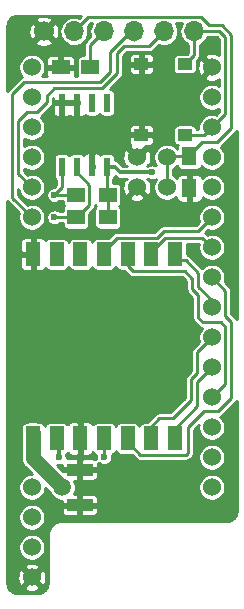
<source format=gtl>
G04 #@! TF.FileFunction,Copper,L1,Top,Signal*
%FSLAX46Y46*%
G04 Gerber Fmt 4.6, Leading zero omitted, Abs format (unit mm)*
G04 Created by KiCad (PCBNEW 4.0.5) date Sunday, 19 February 2017 'PMt' 17:56:42*
%MOMM*%
%LPD*%
G01*
G04 APERTURE LIST*
%ADD10C,0.200000*%
%ADD11R,0.600000X1.550000*%
%ADD12R,1.500000X1.250000*%
%ADD13R,1.300000X1.500000*%
%ADD14C,1.700000*%
%ADD15O,1.700000X1.700000*%
%ADD16R,1.200000X1.000000*%
%ADD17R,1.500000X1.300000*%
%ADD18C,1.524000*%
%ADD19R,1.250000X2.000000*%
%ADD20C,1.500000*%
%ADD21R,2.200000X1.000000*%
%ADD22C,0.600000*%
%ADD23C,0.355600*%
%ADD24C,0.254000*%
%ADD25C,1.270000*%
G04 APERTURE END LIST*
D10*
D11*
X147320000Y-86835000D03*
X146050000Y-86835000D03*
X144780000Y-86835000D03*
X143510000Y-86835000D03*
X143510000Y-92235000D03*
X144780000Y-92235000D03*
X146050000Y-92235000D03*
X147320000Y-92235000D03*
D12*
X145903000Y-83820000D03*
X143403000Y-83820000D03*
D13*
X154305000Y-94060000D03*
X154305000Y-91360000D03*
D14*
X141986000Y-80772000D03*
D15*
X144526000Y-80772000D03*
X147066000Y-80772000D03*
X149606000Y-80772000D03*
X152146000Y-80772000D03*
X154686000Y-80772000D03*
D16*
X153924000Y-83535000D03*
X150224000Y-83535000D03*
X150224000Y-89535000D03*
X153924000Y-89535000D03*
D17*
X144700000Y-94615000D03*
X147400000Y-94615000D03*
X144700000Y-96520000D03*
X147400000Y-96520000D03*
D18*
X140970000Y-83820000D03*
X140970000Y-86360000D03*
X140970000Y-93980000D03*
X140970000Y-96520000D03*
X156210000Y-109220000D03*
X156210000Y-106680000D03*
X156210000Y-104140000D03*
X156210000Y-101600000D03*
X156210000Y-88900000D03*
X156210000Y-86360000D03*
X156210000Y-83820000D03*
X152400000Y-93980000D03*
X149860000Y-93980000D03*
X140970000Y-124460000D03*
X140970000Y-121920000D03*
X156210000Y-99060000D03*
X156210000Y-96520000D03*
X156210000Y-111760000D03*
X140970000Y-127000000D03*
X140970000Y-88900000D03*
X149860000Y-91440000D03*
X152400000Y-91440000D03*
X140970000Y-91440000D03*
X156210000Y-91440000D03*
X156210000Y-93980000D03*
X156210000Y-114300000D03*
X140970000Y-119380000D03*
X156210000Y-116840000D03*
X156210000Y-119380000D03*
D19*
X141066000Y-115242000D03*
X143066000Y-115242000D03*
X145066000Y-115242000D03*
X147066000Y-115242000D03*
X149066000Y-115242000D03*
X151066000Y-115242000D03*
X153066000Y-115242000D03*
X149066000Y-99642000D03*
X153066000Y-99642000D03*
X145066000Y-99642000D03*
X143066000Y-99642000D03*
X147066000Y-99642000D03*
X141066000Y-99642000D03*
X151066000Y-99642000D03*
D20*
X143534000Y-119380000D03*
D21*
X145034000Y-117880000D03*
X145034000Y-120880000D03*
D22*
X140762021Y-110998000D03*
X145034000Y-112776000D03*
X142494000Y-112014000D03*
X146558000Y-111506000D03*
X150114000Y-112268000D03*
X152654000Y-109982000D03*
X150622000Y-108966000D03*
X148590000Y-109474000D03*
X144526000Y-110490000D03*
X143510000Y-108458000D03*
X146050000Y-108458000D03*
X147320000Y-106426000D03*
X151384000Y-107188000D03*
X153416000Y-104140000D03*
X151638000Y-103632000D03*
X148590000Y-104902000D03*
X148844000Y-102616000D03*
X144526000Y-106680000D03*
X141224000Y-107696000D03*
X143764000Y-104648000D03*
X145796000Y-102870000D03*
X141478000Y-103124000D03*
X143238510Y-116840000D03*
X151130000Y-92710000D03*
X147075468Y-116830532D03*
X142875000Y-94615000D03*
X142875000Y-96520000D03*
D23*
X141066000Y-102712000D02*
X141066000Y-100142000D01*
X145066000Y-114742000D02*
X145066000Y-112808000D01*
X145066000Y-112808000D02*
X145034000Y-112776000D01*
D24*
X144018000Y-110998000D02*
X141186285Y-110998000D01*
X144526000Y-110490000D02*
X144018000Y-110998000D01*
X141186285Y-110998000D02*
X140762021Y-110998000D01*
X146558000Y-111506000D02*
X143002000Y-111506000D01*
X143002000Y-111506000D02*
X142494000Y-112014000D01*
X152654000Y-109982000D02*
X150368000Y-112268000D01*
X150368000Y-112268000D02*
X150114000Y-112268000D01*
X148590000Y-109474000D02*
X150114000Y-109474000D01*
X150114000Y-109474000D02*
X150622000Y-108966000D01*
X146050000Y-108458000D02*
X143510000Y-108458000D01*
X151384000Y-107188000D02*
X148082000Y-107188000D01*
X148082000Y-107188000D02*
X147320000Y-106426000D01*
X151638000Y-103632000D02*
X152908000Y-103632000D01*
X152908000Y-103632000D02*
X153416000Y-104140000D01*
X148844000Y-102616000D02*
X148844000Y-104648000D01*
X148844000Y-104648000D02*
X148590000Y-104902000D01*
X141224000Y-107696000D02*
X143510000Y-107696000D01*
X143510000Y-107696000D02*
X144526000Y-106680000D01*
X145796000Y-102870000D02*
X144018000Y-104648000D01*
X144018000Y-104648000D02*
X143764000Y-104648000D01*
X141066000Y-102712000D02*
X141478000Y-103124000D01*
X144526000Y-80772000D02*
X145757001Y-79540999D01*
X145757001Y-79540999D02*
X155276881Y-79540999D01*
X154305000Y-91260000D02*
X154305000Y-91360000D01*
X155276881Y-79540999D02*
X155999872Y-80263990D01*
X155999872Y-80263990D02*
X157055425Y-80263990D01*
X157055425Y-80263990D02*
X157861011Y-81069576D01*
X157861011Y-81069576D02*
X157861011Y-88940631D01*
X155395000Y-90170000D02*
X154305000Y-91260000D01*
X157861011Y-88940631D02*
X156631642Y-90170000D01*
X156631642Y-90170000D02*
X155395000Y-90170000D01*
X154305000Y-91360000D02*
X152480000Y-91360000D01*
X152480000Y-91360000D02*
X152400000Y-91440000D01*
X152400000Y-93980000D02*
X152400000Y-91440000D01*
X157353001Y-81280000D02*
X157353001Y-82423001D01*
X154686000Y-80772000D02*
X156845001Y-80772000D01*
X156845001Y-80772000D02*
X157353001Y-81280000D01*
X153924000Y-89535000D02*
X155575000Y-89535000D01*
X155575000Y-89535000D02*
X156210000Y-88900000D01*
X154686000Y-80772000D02*
X154686000Y-82773000D01*
X154686000Y-82773000D02*
X153924000Y-83535000D01*
X156210000Y-88900000D02*
X156210000Y-88646000D01*
X157353001Y-87756999D02*
X157353001Y-82423001D01*
X156210000Y-88900000D02*
X157353001Y-87756999D01*
X157353001Y-87756999D02*
X156971999Y-88138001D01*
X156971999Y-88138001D02*
X156210000Y-88900000D01*
D23*
X143238510Y-116415736D02*
X143238510Y-116840000D01*
X143066000Y-114742000D02*
X143238510Y-114914510D01*
X143238510Y-114914510D02*
X143238510Y-116415736D01*
X147320000Y-92235000D02*
X147975600Y-92235000D01*
X147975600Y-92235000D02*
X148450600Y-92710000D01*
X148450600Y-92710000D02*
X150705736Y-92710000D01*
X150705736Y-92710000D02*
X151130000Y-92710000D01*
D24*
X147320000Y-92235000D02*
X147320000Y-94535000D01*
X147320000Y-94535000D02*
X147400000Y-94615000D01*
X147400000Y-96520000D02*
X147400000Y-94615000D01*
X147400000Y-94060000D02*
X147320000Y-94060000D01*
X147320000Y-94060000D02*
X146765000Y-94615000D01*
X140970000Y-96520000D02*
X139318989Y-94868989D01*
X139318989Y-86106011D02*
X140335000Y-85090000D01*
X139318989Y-94868989D02*
X139318989Y-86106011D01*
X140335000Y-85090000D02*
X146693802Y-85090000D01*
X146693802Y-85090000D02*
X147574000Y-84209802D01*
X147574000Y-84209802D02*
X147574000Y-82550000D01*
X149352000Y-80772000D02*
X149606000Y-80772000D01*
X147574000Y-82550000D02*
X149352000Y-80772000D01*
X149606000Y-80772000D02*
X149606000Y-81534000D01*
X150875990Y-82042010D02*
X152146000Y-80772000D01*
X148800426Y-82042010D02*
X150875990Y-82042010D01*
X148209000Y-84293238D02*
X148209000Y-82633436D01*
X148209000Y-82633436D02*
X148800426Y-82042010D01*
X146939000Y-85563238D02*
X148209000Y-84293238D01*
X146939000Y-85598008D02*
X146939000Y-85563238D01*
X146685000Y-85598011D02*
X146939000Y-85598008D01*
X140970000Y-93980000D02*
X139826999Y-92836999D01*
X139826999Y-92836999D02*
X139826999Y-88351359D01*
X139826999Y-88351359D02*
X140548358Y-87630000D01*
X141391642Y-87630000D02*
X142240000Y-86781642D01*
X142240000Y-86233011D02*
X142875000Y-85598011D01*
X140548358Y-87630000D02*
X141391642Y-87630000D01*
X142240000Y-86781642D02*
X142240000Y-86233011D01*
X142875000Y-85598011D02*
X146685000Y-85598011D01*
X151638000Y-80772000D02*
X152146000Y-80772000D01*
X146685000Y-85598011D02*
X146811989Y-85598011D01*
X152146000Y-80772000D02*
X152146000Y-81174198D01*
X140970000Y-93980000D02*
X141224000Y-93980000D01*
X140970000Y-93980000D02*
X140970000Y-93850076D01*
X145903000Y-83820000D02*
X145903000Y-81935000D01*
X145903000Y-81935000D02*
X147066000Y-80772000D01*
X153066000Y-114742000D02*
X153066000Y-114396000D01*
X153066000Y-114396000D02*
X154940000Y-112522000D01*
X156210000Y-109220000D02*
X154940000Y-110490000D01*
X154940000Y-110490000D02*
X154940000Y-112522000D01*
X151066000Y-114742000D02*
X151066000Y-114242000D01*
X151066000Y-114242000D02*
X151770000Y-113538000D01*
X154431998Y-110236000D02*
X154431998Y-112014002D01*
X154940000Y-107950000D02*
X154940000Y-109727998D01*
X154940000Y-109727998D02*
X154431998Y-110236000D01*
X156210000Y-106680000D02*
X154940000Y-107950000D01*
X152908000Y-113538000D02*
X151770000Y-113538000D01*
X154431998Y-112014002D02*
X152908000Y-113538000D01*
X156210000Y-106680000D02*
X156210000Y-106934000D01*
X153066000Y-100142000D02*
X153990000Y-100142000D01*
X153990000Y-100142000D02*
X155066999Y-101218999D01*
X155066999Y-102405574D02*
X155066999Y-101218999D01*
X156210000Y-103548575D02*
X155066999Y-102405574D01*
X156210000Y-104140000D02*
X156210000Y-103548575D01*
X149066000Y-114742000D02*
X149066000Y-115552802D01*
X149066000Y-115552802D02*
X150136199Y-116623001D01*
X157861014Y-111800628D02*
X157861014Y-105410000D01*
X156210000Y-101600000D02*
X157353001Y-102743001D01*
X157353001Y-104901987D02*
X157861014Y-105410000D01*
X157353001Y-102743001D02*
X157353001Y-104901987D01*
X156718000Y-112943642D02*
X157861014Y-111800628D01*
X150136199Y-116623001D02*
X153995801Y-116623001D01*
X154178000Y-116440802D02*
X154178000Y-114300000D01*
X153995801Y-116623001D02*
X154178000Y-116440802D01*
X154178000Y-114300000D02*
X155534358Y-112943642D01*
X155534358Y-112943642D02*
X156718000Y-112943642D01*
X156210000Y-101600000D02*
X156210000Y-101854000D01*
X152266438Y-98260999D02*
X151066000Y-99461437D01*
X151066000Y-99461437D02*
X151066000Y-100142000D01*
X156210000Y-99060000D02*
X155410999Y-98260999D01*
X155410999Y-98260999D02*
X152266438Y-98260999D01*
X147066000Y-100142000D02*
X147066000Y-99331198D01*
X147066000Y-99331198D02*
X148136199Y-98260999D01*
X156210000Y-96520000D02*
X155066999Y-97663001D01*
X155066999Y-97663001D02*
X152146000Y-97663001D01*
X152146000Y-97663001D02*
X151548002Y-98260999D01*
X148136199Y-98260999D02*
X151548002Y-98260999D01*
X149066000Y-100142000D02*
X149066000Y-100642000D01*
X154558989Y-101726989D02*
X154558989Y-102616000D01*
X155448000Y-105410000D02*
X155066999Y-105028999D01*
X155066999Y-105028999D02*
X155066999Y-103124010D01*
X155066999Y-103124010D02*
X154558989Y-102616000D01*
X149066000Y-100642000D02*
X149516000Y-101092000D01*
X149516000Y-101092000D02*
X153924000Y-101092000D01*
X153924000Y-101092000D02*
X154558989Y-101726989D01*
X157353012Y-110616988D02*
X156210000Y-111760000D01*
X155448000Y-105410000D02*
X156972000Y-105410000D01*
X156972000Y-105410000D02*
X157353012Y-105791012D01*
X157353012Y-105791012D02*
X157353012Y-110616988D01*
X147066000Y-114742000D02*
X147066000Y-116821064D01*
X147066000Y-116821064D02*
X147075468Y-116830532D01*
D25*
X141066000Y-114742000D02*
X141066000Y-116912000D01*
X141066000Y-116912000D02*
X143534000Y-119380000D01*
D24*
X142875000Y-94615000D02*
X144700000Y-94615000D01*
X142875000Y-94615000D02*
X143510000Y-93980000D01*
X143510000Y-93980000D02*
X143510000Y-92235000D01*
X143510000Y-96520000D02*
X142875000Y-96520000D01*
X144700000Y-96520000D02*
X143510000Y-96520000D01*
X144700000Y-96520000D02*
X144800000Y-96520000D01*
X144800000Y-96520000D02*
X145831001Y-95488999D01*
X145831001Y-95488999D02*
X145831001Y-93761001D01*
X145831001Y-93761001D02*
X144780000Y-92710000D01*
X144780000Y-92710000D02*
X144780000Y-92235000D01*
X144165000Y-96520000D02*
X144065000Y-96520000D01*
G36*
X153670285Y-80070570D02*
X153554544Y-80281102D01*
X153481900Y-80510105D01*
X153455120Y-80748857D01*
X153455000Y-80766044D01*
X153455000Y-80777956D01*
X153478444Y-81017058D01*
X153547884Y-81247054D01*
X153660674Y-81459181D01*
X153812518Y-81645361D01*
X153997634Y-81798501D01*
X154178000Y-81896025D01*
X154178000Y-82562580D01*
X154088423Y-82652157D01*
X153324000Y-82652157D01*
X153263327Y-82656995D01*
X153160420Y-82688864D01*
X153070465Y-82748140D01*
X153000585Y-82830130D01*
X152956314Y-82928342D01*
X152941157Y-83035000D01*
X152941157Y-84035000D01*
X152945995Y-84095673D01*
X152977864Y-84198580D01*
X153037140Y-84288535D01*
X153119130Y-84358415D01*
X153217342Y-84402686D01*
X153324000Y-84417843D01*
X154524000Y-84417843D01*
X154584673Y-84413005D01*
X154687580Y-84381136D01*
X154777535Y-84321860D01*
X154847415Y-84239870D01*
X154891686Y-84141658D01*
X154906843Y-84035000D01*
X154906843Y-83899064D01*
X154987456Y-83899064D01*
X155026372Y-84136052D01*
X155110774Y-84360894D01*
X155149565Y-84433470D01*
X155339894Y-84510500D01*
X156030395Y-83820000D01*
X155339894Y-83129500D01*
X155149565Y-83206530D01*
X155050259Y-83425199D01*
X154995522Y-83659039D01*
X154987456Y-83899064D01*
X154906843Y-83899064D01*
X154906843Y-83270577D01*
X155045210Y-83132210D01*
X155074976Y-83095972D01*
X155105158Y-83060003D01*
X155106446Y-83057661D01*
X155108140Y-83055598D01*
X155130300Y-83014269D01*
X155152921Y-82973122D01*
X155153729Y-82970574D01*
X155154991Y-82968221D01*
X155168711Y-82923344D01*
X155182899Y-82878619D01*
X155183197Y-82875966D01*
X155183978Y-82873410D01*
X155188724Y-82826687D01*
X155193950Y-82780093D01*
X155193987Y-82774873D01*
X155193997Y-82774773D01*
X155193988Y-82774679D01*
X155194000Y-82773000D01*
X155194000Y-81894822D01*
X155360050Y-81808013D01*
X155547286Y-81657472D01*
X155701715Y-81473430D01*
X155808054Y-81280000D01*
X156634581Y-81280000D01*
X156845001Y-81490421D01*
X156845001Y-82812765D01*
X156823470Y-82759565D01*
X156604801Y-82660259D01*
X156370961Y-82605522D01*
X156130936Y-82597456D01*
X155893948Y-82636372D01*
X155669106Y-82720774D01*
X155596530Y-82759565D01*
X155519500Y-82949894D01*
X156210000Y-83640395D01*
X156224142Y-83626252D01*
X156403748Y-83805858D01*
X156389605Y-83820000D01*
X156403748Y-83834142D01*
X156224142Y-84013748D01*
X156210000Y-83999605D01*
X155519500Y-84690106D01*
X155596530Y-84880435D01*
X155815199Y-84979741D01*
X156049039Y-85034478D01*
X156289064Y-85042544D01*
X156526052Y-85003628D01*
X156750894Y-84919226D01*
X156823470Y-84880435D01*
X156845001Y-84827235D01*
X156845001Y-85409547D01*
X156756269Y-85349697D01*
X156549630Y-85262834D01*
X156330054Y-85217762D01*
X156105906Y-85216197D01*
X155885722Y-85258199D01*
X155677891Y-85342169D01*
X155490327Y-85464907D01*
X155330175Y-85621739D01*
X155203535Y-85806691D01*
X155115232Y-86012719D01*
X155068628Y-86231975D01*
X155065498Y-86456107D01*
X155105962Y-86676578D01*
X155188479Y-86884991D01*
X155309905Y-87073407D01*
X155465615Y-87234650D01*
X155649679Y-87362577D01*
X155855085Y-87452317D01*
X156074009Y-87500451D01*
X156298114Y-87505145D01*
X156518862Y-87466221D01*
X156727846Y-87385162D01*
X156845001Y-87310813D01*
X156845001Y-87546578D01*
X156577169Y-87814410D01*
X156549630Y-87802834D01*
X156330054Y-87757762D01*
X156105906Y-87756197D01*
X155885722Y-87798199D01*
X155677891Y-87882169D01*
X155490327Y-88004907D01*
X155330175Y-88161739D01*
X155203535Y-88346691D01*
X155115232Y-88552719D01*
X155068628Y-88771975D01*
X155065498Y-88996107D01*
X155071168Y-89027000D01*
X154906205Y-89027000D01*
X154902005Y-88974327D01*
X154870136Y-88871420D01*
X154810860Y-88781465D01*
X154728870Y-88711585D01*
X154630658Y-88667314D01*
X154524000Y-88652157D01*
X153324000Y-88652157D01*
X153263327Y-88656995D01*
X153160420Y-88688864D01*
X153070465Y-88748140D01*
X153000585Y-88830130D01*
X152956314Y-88928342D01*
X152941157Y-89035000D01*
X152941157Y-90035000D01*
X152945995Y-90095673D01*
X152977864Y-90198580D01*
X153037140Y-90288535D01*
X153119130Y-90358415D01*
X153217342Y-90402686D01*
X153324000Y-90417843D01*
X153325854Y-90417843D01*
X153287314Y-90503342D01*
X153272157Y-90610000D01*
X153272157Y-90696080D01*
X153132101Y-90555042D01*
X152946269Y-90429697D01*
X152739630Y-90342834D01*
X152520054Y-90297762D01*
X152295906Y-90296197D01*
X152075722Y-90338199D01*
X151867891Y-90422169D01*
X151680327Y-90544907D01*
X151520175Y-90701739D01*
X151393535Y-90886691D01*
X151305232Y-91092719D01*
X151258628Y-91311975D01*
X151255498Y-91536107D01*
X151295962Y-91756578D01*
X151378479Y-91964991D01*
X151482381Y-92126214D01*
X151455467Y-92108061D01*
X151332352Y-92056308D01*
X151201528Y-92029454D01*
X151067981Y-92028521D01*
X150936795Y-92053546D01*
X150812969Y-92103575D01*
X150746608Y-92147000D01*
X150730107Y-92130499D01*
X150920435Y-92053470D01*
X151019741Y-91834801D01*
X151074478Y-91600961D01*
X151082544Y-91360936D01*
X151043628Y-91123948D01*
X150959226Y-90899106D01*
X150920435Y-90826530D01*
X150730106Y-90749500D01*
X150039605Y-91440000D01*
X150053748Y-91454142D01*
X149874142Y-91633748D01*
X149860000Y-91619605D01*
X149845858Y-91633748D01*
X149666252Y-91454142D01*
X149680395Y-91440000D01*
X148989894Y-90749500D01*
X148799565Y-90826530D01*
X148700259Y-91045199D01*
X148645522Y-91279039D01*
X148637456Y-91519064D01*
X148676372Y-91756052D01*
X148760774Y-91980894D01*
X148799565Y-92053470D01*
X148989893Y-92130499D01*
X148969192Y-92151200D01*
X148682063Y-92151200D01*
X148370731Y-91839869D01*
X148330857Y-91807116D01*
X148291304Y-91773927D01*
X148288729Y-91772511D01*
X148286458Y-91770646D01*
X148240978Y-91746260D01*
X148195735Y-91721387D01*
X148192933Y-91720498D01*
X148190344Y-91719110D01*
X148141016Y-91704029D01*
X148091781Y-91688411D01*
X148088858Y-91688083D01*
X148086051Y-91687225D01*
X148034737Y-91682012D01*
X148002843Y-91678435D01*
X148002843Y-91460000D01*
X147998005Y-91399327D01*
X147966136Y-91296420D01*
X147906860Y-91206465D01*
X147824870Y-91136585D01*
X147726658Y-91092314D01*
X147620000Y-91077157D01*
X147020000Y-91077157D01*
X146959327Y-91081995D01*
X146856420Y-91113864D01*
X146766465Y-91173140D01*
X146733802Y-91211463D01*
X146705131Y-91168552D01*
X146641448Y-91104870D01*
X146566566Y-91054835D01*
X146483361Y-91020370D01*
X146395031Y-91002800D01*
X146291300Y-91002800D01*
X146177000Y-91117100D01*
X146177000Y-92108000D01*
X146197000Y-92108000D01*
X146197000Y-92362000D01*
X146177000Y-92362000D01*
X146177000Y-92382000D01*
X145923000Y-92382000D01*
X145923000Y-92362000D01*
X145903000Y-92362000D01*
X145903000Y-92108000D01*
X145923000Y-92108000D01*
X145923000Y-91117100D01*
X145808700Y-91002800D01*
X145704969Y-91002800D01*
X145616639Y-91020370D01*
X145533434Y-91054835D01*
X145458552Y-91104870D01*
X145394869Y-91168552D01*
X145368189Y-91208482D01*
X145366860Y-91206465D01*
X145284870Y-91136585D01*
X145186658Y-91092314D01*
X145080000Y-91077157D01*
X144480000Y-91077157D01*
X144419327Y-91081995D01*
X144316420Y-91113864D01*
X144226465Y-91173140D01*
X144156585Y-91255130D01*
X144145351Y-91280053D01*
X144096860Y-91206465D01*
X144014870Y-91136585D01*
X143916658Y-91092314D01*
X143810000Y-91077157D01*
X143210000Y-91077157D01*
X143149327Y-91081995D01*
X143046420Y-91113864D01*
X142956465Y-91173140D01*
X142886585Y-91255130D01*
X142842314Y-91353342D01*
X142827157Y-91460000D01*
X142827157Y-93010000D01*
X142831995Y-93070673D01*
X142863864Y-93173580D01*
X142923140Y-93263535D01*
X143002000Y-93330747D01*
X143002000Y-93769579D01*
X142837885Y-93933695D01*
X142812981Y-93933521D01*
X142681795Y-93958546D01*
X142557969Y-94008575D01*
X142446218Y-94081703D01*
X142350800Y-94175144D01*
X142275348Y-94285338D01*
X142222736Y-94408090D01*
X142194970Y-94538722D01*
X142193105Y-94672260D01*
X142217213Y-94803617D01*
X142266377Y-94927790D01*
X142338722Y-95040048D01*
X142431495Y-95136117D01*
X142541160Y-95212336D01*
X142663541Y-95265803D01*
X142793977Y-95294481D01*
X142927498Y-95297278D01*
X143059020Y-95274087D01*
X143183533Y-95225792D01*
X143296294Y-95154232D01*
X143329091Y-95123000D01*
X143567157Y-95123000D01*
X143567157Y-95265000D01*
X143571995Y-95325673D01*
X143603864Y-95428580D01*
X143663140Y-95518535D01*
X143720420Y-95567355D01*
X143696465Y-95583140D01*
X143626585Y-95665130D01*
X143582314Y-95763342D01*
X143567157Y-95870000D01*
X143567157Y-96012000D01*
X143330310Y-96012000D01*
X143311186Y-95992742D01*
X143200467Y-95918061D01*
X143077352Y-95866308D01*
X142946528Y-95839454D01*
X142812981Y-95838521D01*
X142681795Y-95863546D01*
X142557969Y-95913575D01*
X142446218Y-95986703D01*
X142350800Y-96080144D01*
X142275348Y-96190338D01*
X142222736Y-96313090D01*
X142194970Y-96443722D01*
X142193105Y-96577260D01*
X142217213Y-96708617D01*
X142266377Y-96832790D01*
X142338722Y-96945048D01*
X142431495Y-97041117D01*
X142541160Y-97117336D01*
X142663541Y-97170803D01*
X142793977Y-97199481D01*
X142927498Y-97202278D01*
X143059020Y-97179087D01*
X143183533Y-97130792D01*
X143296294Y-97059232D01*
X143329091Y-97028000D01*
X143567157Y-97028000D01*
X143567157Y-97170000D01*
X143571995Y-97230673D01*
X143603864Y-97333580D01*
X143663140Y-97423535D01*
X143745130Y-97493415D01*
X143843342Y-97537686D01*
X143950000Y-97552843D01*
X145450000Y-97552843D01*
X145510673Y-97548005D01*
X145613580Y-97516136D01*
X145703535Y-97456860D01*
X145773415Y-97374870D01*
X145817686Y-97276658D01*
X145832843Y-97170000D01*
X145832843Y-96205578D01*
X146190212Y-95848209D01*
X146220002Y-95811941D01*
X146250159Y-95776002D01*
X146251447Y-95773660D01*
X146253141Y-95771597D01*
X146275301Y-95730268D01*
X146297922Y-95689121D01*
X146298730Y-95686573D01*
X146299992Y-95684220D01*
X146313712Y-95639343D01*
X146327900Y-95594618D01*
X146328198Y-95591965D01*
X146328979Y-95589409D01*
X146333725Y-95542686D01*
X146338951Y-95496092D01*
X146338988Y-95490872D01*
X146338998Y-95490772D01*
X146338989Y-95490678D01*
X146339001Y-95488999D01*
X146339001Y-95481903D01*
X146363140Y-95518535D01*
X146420420Y-95567355D01*
X146396465Y-95583140D01*
X146326585Y-95665130D01*
X146282314Y-95763342D01*
X146267157Y-95870000D01*
X146267157Y-97170000D01*
X146271995Y-97230673D01*
X146303864Y-97333580D01*
X146363140Y-97423535D01*
X146445130Y-97493415D01*
X146543342Y-97537686D01*
X146650000Y-97552843D01*
X148150000Y-97552843D01*
X148210673Y-97548005D01*
X148313580Y-97516136D01*
X148403535Y-97456860D01*
X148473415Y-97374870D01*
X148517686Y-97276658D01*
X148532843Y-97170000D01*
X148532843Y-95870000D01*
X148528005Y-95809327D01*
X148496136Y-95706420D01*
X148436860Y-95616465D01*
X148379580Y-95567645D01*
X148403535Y-95551860D01*
X148473415Y-95469870D01*
X148517686Y-95371658D01*
X148532843Y-95265000D01*
X148532843Y-94850106D01*
X149169500Y-94850106D01*
X149246530Y-95040435D01*
X149465199Y-95139741D01*
X149699039Y-95194478D01*
X149939064Y-95202544D01*
X150176052Y-95163628D01*
X150400894Y-95079226D01*
X150473470Y-95040435D01*
X150550500Y-94850106D01*
X149860000Y-94159605D01*
X149169500Y-94850106D01*
X148532843Y-94850106D01*
X148532843Y-93965000D01*
X148528005Y-93904327D01*
X148496136Y-93801420D01*
X148436860Y-93711465D01*
X148354870Y-93641585D01*
X148256658Y-93597314D01*
X148150000Y-93582157D01*
X147828000Y-93582157D01*
X147828000Y-93326865D01*
X147873535Y-93296860D01*
X147943415Y-93214870D01*
X147987686Y-93116658D01*
X147997554Y-93047217D01*
X148055468Y-93105131D01*
X148095390Y-93137923D01*
X148134896Y-93171073D01*
X148137468Y-93172487D01*
X148139741Y-93174354D01*
X148185208Y-93198733D01*
X148230465Y-93223613D01*
X148233272Y-93224503D01*
X148235856Y-93225889D01*
X148285138Y-93240956D01*
X148334419Y-93256589D01*
X148337342Y-93256917D01*
X148340149Y-93257775D01*
X148391423Y-93262983D01*
X148442798Y-93268746D01*
X148448549Y-93268786D01*
X148448649Y-93268796D01*
X148448743Y-93268787D01*
X148450600Y-93268800D01*
X148969192Y-93268800D01*
X148989893Y-93289501D01*
X148799565Y-93366530D01*
X148700259Y-93585199D01*
X148645522Y-93819039D01*
X148637456Y-94059064D01*
X148676372Y-94296052D01*
X148760774Y-94520894D01*
X148799565Y-94593470D01*
X148989894Y-94670500D01*
X149680395Y-93980000D01*
X149666252Y-93965858D01*
X149845858Y-93786252D01*
X149860000Y-93800395D01*
X149874142Y-93786252D01*
X150053748Y-93965858D01*
X150039605Y-93980000D01*
X150730106Y-94670500D01*
X150920435Y-94593470D01*
X151019741Y-94374801D01*
X151074478Y-94140961D01*
X151082544Y-93900936D01*
X151043628Y-93663948D01*
X150959226Y-93439106D01*
X150920435Y-93366530D01*
X150730107Y-93289501D01*
X150746669Y-93272939D01*
X150796160Y-93307336D01*
X150918541Y-93360803D01*
X151048977Y-93389481D01*
X151182498Y-93392278D01*
X151314020Y-93369087D01*
X151438533Y-93320792D01*
X151487188Y-93289915D01*
X151393535Y-93426691D01*
X151305232Y-93632719D01*
X151258628Y-93851975D01*
X151255498Y-94076107D01*
X151295962Y-94296578D01*
X151378479Y-94504991D01*
X151499905Y-94693407D01*
X151655615Y-94854650D01*
X151839679Y-94982577D01*
X152045085Y-95072317D01*
X152264009Y-95120451D01*
X152488114Y-95125145D01*
X152708862Y-95086221D01*
X152917846Y-95005162D01*
X153107106Y-94885054D01*
X153197800Y-94798687D01*
X153197800Y-94855030D01*
X153215370Y-94943360D01*
X153249835Y-95026565D01*
X153299869Y-95101448D01*
X153363552Y-95165130D01*
X153438434Y-95215165D01*
X153521639Y-95249630D01*
X153609969Y-95267200D01*
X154063700Y-95267200D01*
X154178000Y-95152900D01*
X154178000Y-94187000D01*
X154158000Y-94187000D01*
X154158000Y-93933000D01*
X154178000Y-93933000D01*
X154178000Y-92967100D01*
X154432000Y-92967100D01*
X154432000Y-93933000D01*
X154452000Y-93933000D01*
X154452000Y-94187000D01*
X154432000Y-94187000D01*
X154432000Y-95152900D01*
X154546300Y-95267200D01*
X155000031Y-95267200D01*
X155088361Y-95249630D01*
X155171566Y-95215165D01*
X155246448Y-95165130D01*
X155310131Y-95101448D01*
X155360165Y-95026565D01*
X155394630Y-94943360D01*
X155412200Y-94855030D01*
X155412200Y-94799337D01*
X155465615Y-94854650D01*
X155649679Y-94982577D01*
X155855085Y-95072317D01*
X156074009Y-95120451D01*
X156298114Y-95125145D01*
X156518862Y-95086221D01*
X156727846Y-95005162D01*
X156917106Y-94885054D01*
X157079432Y-94730473D01*
X157208641Y-94547307D01*
X157299813Y-94342532D01*
X157349473Y-94123949D01*
X157353049Y-93867923D01*
X157309510Y-93648038D01*
X157224092Y-93440798D01*
X157100047Y-93254095D01*
X156942101Y-93095042D01*
X156756269Y-92969697D01*
X156549630Y-92882834D01*
X156330054Y-92837762D01*
X156105906Y-92836197D01*
X155885722Y-92878199D01*
X155677891Y-92962169D01*
X155490327Y-93084907D01*
X155394960Y-93178297D01*
X155394630Y-93176640D01*
X155360165Y-93093435D01*
X155310131Y-93018552D01*
X155246448Y-92954870D01*
X155171566Y-92904835D01*
X155088361Y-92870370D01*
X155000031Y-92852800D01*
X154546300Y-92852800D01*
X154432000Y-92967100D01*
X154178000Y-92967100D01*
X154063700Y-92852800D01*
X153609969Y-92852800D01*
X153521639Y-92870370D01*
X153438434Y-92904835D01*
X153363552Y-92954870D01*
X153299869Y-93018552D01*
X153249835Y-93093435D01*
X153215370Y-93176640D01*
X153214996Y-93178518D01*
X153132101Y-93095042D01*
X152946269Y-92969697D01*
X152908000Y-92953610D01*
X152908000Y-92468981D01*
X152917846Y-92465162D01*
X153107106Y-92345054D01*
X153269432Y-92190473D01*
X153278949Y-92176982D01*
X153308864Y-92273580D01*
X153368140Y-92363535D01*
X153450130Y-92433415D01*
X153548342Y-92477686D01*
X153655000Y-92492843D01*
X154955000Y-92492843D01*
X155015673Y-92488005D01*
X155118580Y-92456136D01*
X155208535Y-92396860D01*
X155278415Y-92314870D01*
X155322686Y-92216658D01*
X155328882Y-92173058D01*
X155465615Y-92314650D01*
X155649679Y-92442577D01*
X155855085Y-92532317D01*
X156074009Y-92580451D01*
X156298114Y-92585145D01*
X156518862Y-92546221D01*
X156727846Y-92465162D01*
X156917106Y-92345054D01*
X157079432Y-92190473D01*
X157208641Y-92007307D01*
X157299813Y-91802532D01*
X157349473Y-91583949D01*
X157353049Y-91327923D01*
X157309510Y-91108038D01*
X157224092Y-90900798D01*
X157100047Y-90714095D01*
X156949875Y-90562870D01*
X156985801Y-90534190D01*
X156989516Y-90530527D01*
X156989596Y-90530462D01*
X156989657Y-90530388D01*
X156990852Y-90529210D01*
X158220221Y-89299841D01*
X158249987Y-89263603D01*
X158280169Y-89227634D01*
X158281457Y-89225292D01*
X158283151Y-89223229D01*
X158294000Y-89202995D01*
X158294000Y-105146714D01*
X158287059Y-105133323D01*
X158285391Y-105131234D01*
X158284138Y-105128877D01*
X158254462Y-105092491D01*
X158225204Y-105055841D01*
X158221541Y-105052126D01*
X158221476Y-105052046D01*
X158221402Y-105051985D01*
X158220224Y-105050790D01*
X157861001Y-104691567D01*
X157861001Y-102743001D01*
X157856426Y-102696343D01*
X157852333Y-102649554D01*
X157851586Y-102646983D01*
X157851326Y-102644330D01*
X157837783Y-102599474D01*
X157824672Y-102554346D01*
X157823441Y-102551972D01*
X157822670Y-102549417D01*
X157800650Y-102508004D01*
X157779046Y-102466325D01*
X157777380Y-102464237D01*
X157776125Y-102461878D01*
X157746456Y-102425501D01*
X157717192Y-102388842D01*
X157713524Y-102385121D01*
X157713463Y-102385047D01*
X157713394Y-102384990D01*
X157712212Y-102383791D01*
X157297083Y-101968663D01*
X157299813Y-101962532D01*
X157349473Y-101743949D01*
X157353049Y-101487923D01*
X157309510Y-101268038D01*
X157224092Y-101060798D01*
X157100047Y-100874095D01*
X156942101Y-100715042D01*
X156756269Y-100589697D01*
X156549630Y-100502834D01*
X156330054Y-100457762D01*
X156105906Y-100456197D01*
X155885722Y-100498199D01*
X155677891Y-100582169D01*
X155490327Y-100704907D01*
X155379681Y-100813260D01*
X154349210Y-99782790D01*
X154312972Y-99753024D01*
X154277003Y-99722842D01*
X154274661Y-99721554D01*
X154272598Y-99719860D01*
X154231251Y-99697690D01*
X154190122Y-99675079D01*
X154187577Y-99674272D01*
X154185222Y-99673009D01*
X154140330Y-99659284D01*
X154095619Y-99645101D01*
X154092966Y-99644803D01*
X154090410Y-99644022D01*
X154073843Y-99642339D01*
X154073843Y-98768999D01*
X155103269Y-98768999D01*
X155068628Y-98931975D01*
X155065498Y-99156107D01*
X155105962Y-99376578D01*
X155188479Y-99584991D01*
X155309905Y-99773407D01*
X155465615Y-99934650D01*
X155649679Y-100062577D01*
X155855085Y-100152317D01*
X156074009Y-100200451D01*
X156298114Y-100205145D01*
X156518862Y-100166221D01*
X156727846Y-100085162D01*
X156917106Y-99965054D01*
X157079432Y-99810473D01*
X157208641Y-99627307D01*
X157299813Y-99422532D01*
X157349473Y-99203949D01*
X157353049Y-98947923D01*
X157309510Y-98728038D01*
X157224092Y-98520798D01*
X157100047Y-98334095D01*
X156942101Y-98175042D01*
X156756269Y-98049697D01*
X156549630Y-97962834D01*
X156330054Y-97917762D01*
X156105906Y-97916197D01*
X155885722Y-97958199D01*
X155843627Y-97975207D01*
X155770209Y-97901789D01*
X155733971Y-97872023D01*
X155698002Y-97841841D01*
X155695660Y-97840553D01*
X155693597Y-97838859D01*
X155652250Y-97816689D01*
X155639010Y-97809410D01*
X155841875Y-97606546D01*
X155855085Y-97612317D01*
X156074009Y-97660451D01*
X156298114Y-97665145D01*
X156518862Y-97626221D01*
X156727846Y-97545162D01*
X156917106Y-97425054D01*
X157079432Y-97270473D01*
X157208641Y-97087307D01*
X157299813Y-96882532D01*
X157349473Y-96663949D01*
X157353049Y-96407923D01*
X157309510Y-96188038D01*
X157224092Y-95980798D01*
X157100047Y-95794095D01*
X156942101Y-95635042D01*
X156756269Y-95509697D01*
X156549630Y-95422834D01*
X156330054Y-95377762D01*
X156105906Y-95376197D01*
X155885722Y-95418199D01*
X155677891Y-95502169D01*
X155490327Y-95624907D01*
X155330175Y-95781739D01*
X155203535Y-95966691D01*
X155115232Y-96172719D01*
X155068628Y-96391975D01*
X155065498Y-96616107D01*
X155105962Y-96836578D01*
X155125544Y-96886036D01*
X154856579Y-97155001D01*
X152146000Y-97155001D01*
X152099296Y-97159580D01*
X152052552Y-97163670D01*
X152049986Y-97164415D01*
X152047329Y-97164676D01*
X152002444Y-97178228D01*
X151957345Y-97191330D01*
X151954971Y-97192561D01*
X151952416Y-97193332D01*
X151911023Y-97215341D01*
X151869323Y-97236956D01*
X151867234Y-97238624D01*
X151864877Y-97239877D01*
X151828491Y-97269553D01*
X151791841Y-97298811D01*
X151788126Y-97302474D01*
X151788046Y-97302539D01*
X151787985Y-97302613D01*
X151786790Y-97303791D01*
X151337582Y-97752999D01*
X148136199Y-97752999D01*
X148089495Y-97757578D01*
X148042751Y-97761668D01*
X148040185Y-97762413D01*
X148037528Y-97762674D01*
X147992643Y-97776226D01*
X147947544Y-97789328D01*
X147945170Y-97790559D01*
X147942615Y-97791330D01*
X147901222Y-97813339D01*
X147859522Y-97834954D01*
X147857433Y-97836622D01*
X147855076Y-97837875D01*
X147818690Y-97867551D01*
X147782040Y-97896809D01*
X147778325Y-97900472D01*
X147778245Y-97900537D01*
X147778184Y-97900611D01*
X147776989Y-97901789D01*
X147419621Y-98259157D01*
X146441000Y-98259157D01*
X146380327Y-98263995D01*
X146277420Y-98295864D01*
X146187465Y-98355140D01*
X146117585Y-98437130D01*
X146073314Y-98535342D01*
X146067479Y-98576400D01*
X146037136Y-98478420D01*
X145977860Y-98388465D01*
X145895870Y-98318585D01*
X145797658Y-98274314D01*
X145691000Y-98259157D01*
X144441000Y-98259157D01*
X144380327Y-98263995D01*
X144277420Y-98295864D01*
X144187465Y-98355140D01*
X144117585Y-98437130D01*
X144073314Y-98535342D01*
X144067479Y-98576400D01*
X144037136Y-98478420D01*
X143977860Y-98388465D01*
X143895870Y-98318585D01*
X143797658Y-98274314D01*
X143691000Y-98259157D01*
X142441000Y-98259157D01*
X142380327Y-98263995D01*
X142277420Y-98295864D01*
X142187465Y-98355140D01*
X142117585Y-98437130D01*
X142108947Y-98456293D01*
X142096165Y-98425435D01*
X142046131Y-98350552D01*
X141982448Y-98286870D01*
X141907566Y-98236835D01*
X141824361Y-98202370D01*
X141736031Y-98184800D01*
X141307300Y-98184800D01*
X141193000Y-98299100D01*
X141193000Y-99515000D01*
X141213000Y-99515000D01*
X141213000Y-99769000D01*
X141193000Y-99769000D01*
X141193000Y-100984900D01*
X141307300Y-101099200D01*
X141736031Y-101099200D01*
X141824361Y-101081630D01*
X141907566Y-101047165D01*
X141982448Y-100997130D01*
X142046131Y-100933448D01*
X142096165Y-100858565D01*
X142109139Y-100827243D01*
X142154140Y-100895535D01*
X142236130Y-100965415D01*
X142334342Y-101009686D01*
X142441000Y-101024843D01*
X143691000Y-101024843D01*
X143751673Y-101020005D01*
X143854580Y-100988136D01*
X143944535Y-100928860D01*
X144014415Y-100846870D01*
X144058686Y-100748658D01*
X144064521Y-100707600D01*
X144094864Y-100805580D01*
X144154140Y-100895535D01*
X144236130Y-100965415D01*
X144334342Y-101009686D01*
X144441000Y-101024843D01*
X145691000Y-101024843D01*
X145751673Y-101020005D01*
X145854580Y-100988136D01*
X145944535Y-100928860D01*
X146014415Y-100846870D01*
X146058686Y-100748658D01*
X146064521Y-100707600D01*
X146094864Y-100805580D01*
X146154140Y-100895535D01*
X146236130Y-100965415D01*
X146334342Y-101009686D01*
X146441000Y-101024843D01*
X147691000Y-101024843D01*
X147751673Y-101020005D01*
X147854580Y-100988136D01*
X147944535Y-100928860D01*
X148014415Y-100846870D01*
X148058686Y-100748658D01*
X148064521Y-100707600D01*
X148094864Y-100805580D01*
X148154140Y-100895535D01*
X148236130Y-100965415D01*
X148334342Y-101009686D01*
X148441000Y-101024843D01*
X148730423Y-101024843D01*
X149156790Y-101451210D01*
X149193028Y-101480976D01*
X149228997Y-101511158D01*
X149231339Y-101512446D01*
X149233402Y-101514140D01*
X149274749Y-101536310D01*
X149315878Y-101558921D01*
X149318423Y-101559728D01*
X149320778Y-101560991D01*
X149365670Y-101574716D01*
X149410381Y-101588899D01*
X149413034Y-101589197D01*
X149415590Y-101589978D01*
X149462313Y-101594724D01*
X149508907Y-101599950D01*
X149514127Y-101599987D01*
X149514227Y-101599997D01*
X149514321Y-101599988D01*
X149516000Y-101600000D01*
X153713580Y-101600000D01*
X154050989Y-101937409D01*
X154050989Y-102616000D01*
X154055568Y-102662704D01*
X154059658Y-102709448D01*
X154060403Y-102712014D01*
X154060664Y-102714671D01*
X154074216Y-102759556D01*
X154087318Y-102804655D01*
X154088549Y-102807029D01*
X154089320Y-102809584D01*
X154111329Y-102850977D01*
X154132944Y-102892677D01*
X154134612Y-102894766D01*
X154135865Y-102897123D01*
X154165541Y-102933509D01*
X154194799Y-102970159D01*
X154198462Y-102973874D01*
X154198527Y-102973954D01*
X154198601Y-102974015D01*
X154199779Y-102975210D01*
X154558999Y-103334431D01*
X154558999Y-105028999D01*
X154563578Y-105075703D01*
X154567668Y-105122447D01*
X154568413Y-105125013D01*
X154568674Y-105127670D01*
X154582226Y-105172555D01*
X154595328Y-105217654D01*
X154596559Y-105220028D01*
X154597330Y-105222583D01*
X154619339Y-105263976D01*
X154640954Y-105305676D01*
X154642622Y-105307765D01*
X154643875Y-105310122D01*
X154673551Y-105346508D01*
X154702809Y-105383158D01*
X154706472Y-105386873D01*
X154706537Y-105386953D01*
X154706611Y-105387014D01*
X154707789Y-105388209D01*
X155088790Y-105769210D01*
X155125028Y-105798976D01*
X155160997Y-105829158D01*
X155163339Y-105830446D01*
X155165402Y-105832140D01*
X155206731Y-105854300D01*
X155247878Y-105876921D01*
X155250426Y-105877729D01*
X155252779Y-105878991D01*
X155297656Y-105892711D01*
X155342381Y-105906899D01*
X155345034Y-105907197D01*
X155347590Y-105907978D01*
X155363047Y-105909548D01*
X155330175Y-105941739D01*
X155203535Y-106126691D01*
X155115232Y-106332719D01*
X155068628Y-106551975D01*
X155065498Y-106776107D01*
X155105962Y-106996578D01*
X155125544Y-107046036D01*
X154580790Y-107590790D01*
X154551024Y-107627028D01*
X154520842Y-107662997D01*
X154519554Y-107665339D01*
X154517860Y-107667402D01*
X154495690Y-107708749D01*
X154473079Y-107749878D01*
X154472272Y-107752423D01*
X154471009Y-107754778D01*
X154457284Y-107799670D01*
X154443101Y-107844381D01*
X154442803Y-107847034D01*
X154442022Y-107849590D01*
X154437276Y-107896313D01*
X154432050Y-107942907D01*
X154432013Y-107948127D01*
X154432003Y-107948227D01*
X154432012Y-107948321D01*
X154432000Y-107950000D01*
X154432000Y-109517578D01*
X154072788Y-109876790D01*
X154043022Y-109913028D01*
X154012840Y-109948997D01*
X154011552Y-109951339D01*
X154009858Y-109953402D01*
X153987688Y-109994749D01*
X153965077Y-110035878D01*
X153964270Y-110038423D01*
X153963007Y-110040778D01*
X153949282Y-110085670D01*
X153935099Y-110130381D01*
X153934801Y-110133034D01*
X153934020Y-110135590D01*
X153929274Y-110182313D01*
X153924048Y-110228907D01*
X153924011Y-110234127D01*
X153924001Y-110234227D01*
X153924010Y-110234321D01*
X153923998Y-110236000D01*
X153923998Y-111803582D01*
X152697580Y-113030000D01*
X151770000Y-113030000D01*
X151723300Y-113034579D01*
X151676552Y-113038669D01*
X151673986Y-113039414D01*
X151671329Y-113039675D01*
X151626411Y-113053237D01*
X151581344Y-113066330D01*
X151578973Y-113067559D01*
X151576416Y-113068331D01*
X151534966Y-113090370D01*
X151493323Y-113111956D01*
X151491237Y-113113621D01*
X151488877Y-113114876D01*
X151452488Y-113144554D01*
X151415840Y-113173810D01*
X151412125Y-113177474D01*
X151412046Y-113177538D01*
X151411986Y-113177611D01*
X151410790Y-113178790D01*
X150730423Y-113859157D01*
X150441000Y-113859157D01*
X150380327Y-113863995D01*
X150277420Y-113895864D01*
X150187465Y-113955140D01*
X150117585Y-114037130D01*
X150073314Y-114135342D01*
X150067479Y-114176400D01*
X150037136Y-114078420D01*
X149977860Y-113988465D01*
X149895870Y-113918585D01*
X149797658Y-113874314D01*
X149691000Y-113859157D01*
X148441000Y-113859157D01*
X148380327Y-113863995D01*
X148277420Y-113895864D01*
X148187465Y-113955140D01*
X148117585Y-114037130D01*
X148073314Y-114135342D01*
X148067479Y-114176400D01*
X148037136Y-114078420D01*
X147977860Y-113988465D01*
X147895870Y-113918585D01*
X147797658Y-113874314D01*
X147691000Y-113859157D01*
X146441000Y-113859157D01*
X146380327Y-113863995D01*
X146277420Y-113895864D01*
X146187465Y-113955140D01*
X146117585Y-114037130D01*
X146108947Y-114056293D01*
X146096165Y-114025435D01*
X146046131Y-113950552D01*
X145982448Y-113886870D01*
X145907566Y-113836835D01*
X145824361Y-113802370D01*
X145736031Y-113784800D01*
X145307300Y-113784800D01*
X145193000Y-113899100D01*
X145193000Y-115115000D01*
X145213000Y-115115000D01*
X145213000Y-115369000D01*
X145193000Y-115369000D01*
X145193000Y-116584900D01*
X145307300Y-116699200D01*
X145736031Y-116699200D01*
X145824361Y-116681630D01*
X145907566Y-116647165D01*
X145982448Y-116597130D01*
X146046131Y-116533448D01*
X146096165Y-116458565D01*
X146109139Y-116427243D01*
X146154140Y-116495535D01*
X146236130Y-116565415D01*
X146334342Y-116609686D01*
X146423732Y-116622389D01*
X146423204Y-116623622D01*
X146395438Y-116754254D01*
X146393573Y-116887792D01*
X146417681Y-117019149D01*
X146417967Y-117019870D01*
X146350565Y-116974835D01*
X146267360Y-116940370D01*
X146179030Y-116922800D01*
X145275300Y-116922800D01*
X145161000Y-117037100D01*
X145161000Y-117753000D01*
X146476900Y-117753000D01*
X146591200Y-117638700D01*
X146591200Y-117334969D01*
X146584804Y-117302815D01*
X146631963Y-117351649D01*
X146741628Y-117427868D01*
X146864009Y-117481335D01*
X146994445Y-117510013D01*
X147127966Y-117512810D01*
X147259488Y-117489619D01*
X147384001Y-117441324D01*
X147496762Y-117369764D01*
X147593476Y-117277664D01*
X147670459Y-117168534D01*
X147724779Y-117046529D01*
X147754367Y-116916297D01*
X147756497Y-116763757D01*
X147730557Y-116632749D01*
X147726143Y-116622041D01*
X147751673Y-116620005D01*
X147854580Y-116588136D01*
X147944535Y-116528860D01*
X148014415Y-116446870D01*
X148058686Y-116348658D01*
X148064521Y-116307600D01*
X148094864Y-116405580D01*
X148154140Y-116495535D01*
X148236130Y-116565415D01*
X148334342Y-116609686D01*
X148441000Y-116624843D01*
X149419621Y-116624843D01*
X149776989Y-116982211D01*
X149813227Y-117011977D01*
X149849196Y-117042159D01*
X149851538Y-117043447D01*
X149853601Y-117045141D01*
X149894948Y-117067311D01*
X149936077Y-117089922D01*
X149938622Y-117090729D01*
X149940977Y-117091992D01*
X149985869Y-117105717D01*
X150030580Y-117119900D01*
X150033233Y-117120198D01*
X150035789Y-117120979D01*
X150082512Y-117125725D01*
X150129106Y-117130951D01*
X150134326Y-117130988D01*
X150134426Y-117130998D01*
X150134520Y-117130989D01*
X150136199Y-117131001D01*
X153995801Y-117131001D01*
X154042505Y-117126422D01*
X154089249Y-117122332D01*
X154091815Y-117121587D01*
X154094472Y-117121326D01*
X154139357Y-117107774D01*
X154184456Y-117094672D01*
X154186830Y-117093441D01*
X154189385Y-117092670D01*
X154230778Y-117070661D01*
X154272478Y-117049046D01*
X154274567Y-117047378D01*
X154276924Y-117046125D01*
X154313310Y-117016449D01*
X154349960Y-116987191D01*
X154353675Y-116983528D01*
X154353755Y-116983463D01*
X154353816Y-116983389D01*
X154355011Y-116982211D01*
X154401115Y-116936107D01*
X155065498Y-116936107D01*
X155105962Y-117156578D01*
X155188479Y-117364991D01*
X155309905Y-117553407D01*
X155465615Y-117714650D01*
X155649679Y-117842577D01*
X155855085Y-117932317D01*
X156074009Y-117980451D01*
X156298114Y-117985145D01*
X156518862Y-117946221D01*
X156727846Y-117865162D01*
X156917106Y-117745054D01*
X157079432Y-117590473D01*
X157208641Y-117407307D01*
X157299813Y-117202532D01*
X157349473Y-116983949D01*
X157353049Y-116727923D01*
X157309510Y-116508038D01*
X157224092Y-116300798D01*
X157100047Y-116114095D01*
X156942101Y-115955042D01*
X156756269Y-115829697D01*
X156549630Y-115742834D01*
X156330054Y-115697762D01*
X156105906Y-115696197D01*
X155885722Y-115738199D01*
X155677891Y-115822169D01*
X155490327Y-115944907D01*
X155330175Y-116101739D01*
X155203535Y-116286691D01*
X155115232Y-116492719D01*
X155068628Y-116711975D01*
X155065498Y-116936107D01*
X154401115Y-116936107D01*
X154537210Y-116800012D01*
X154566976Y-116763774D01*
X154597158Y-116727805D01*
X154598446Y-116725463D01*
X154600140Y-116723400D01*
X154622291Y-116682088D01*
X154644921Y-116640924D01*
X154645730Y-116638374D01*
X154646990Y-116636024D01*
X154660701Y-116591178D01*
X154674899Y-116546421D01*
X154675197Y-116543768D01*
X154675978Y-116541212D01*
X154680724Y-116494484D01*
X154685950Y-116447895D01*
X154685987Y-116442677D01*
X154685997Y-116442576D01*
X154685988Y-116442482D01*
X154686000Y-116440802D01*
X154686000Y-114510420D01*
X155080554Y-114115866D01*
X155068628Y-114171975D01*
X155065498Y-114396107D01*
X155105962Y-114616578D01*
X155188479Y-114824991D01*
X155309905Y-115013407D01*
X155465615Y-115174650D01*
X155649679Y-115302577D01*
X155855085Y-115392317D01*
X156074009Y-115440451D01*
X156298114Y-115445145D01*
X156518862Y-115406221D01*
X156727846Y-115325162D01*
X156917106Y-115205054D01*
X157079432Y-115050473D01*
X157208641Y-114867307D01*
X157299813Y-114662532D01*
X157349473Y-114443949D01*
X157353049Y-114187923D01*
X157309510Y-113968038D01*
X157224092Y-113760798D01*
X157100047Y-113574095D01*
X156942101Y-113415042D01*
X156927214Y-113405001D01*
X156952977Y-113391302D01*
X156994677Y-113369687D01*
X156996766Y-113368019D01*
X156999123Y-113366766D01*
X157035509Y-113337090D01*
X157072159Y-113307832D01*
X157075874Y-113304169D01*
X157075954Y-113304104D01*
X157076015Y-113304030D01*
X157077210Y-113302852D01*
X158220224Y-112159838D01*
X158249990Y-112123600D01*
X158280172Y-112087631D01*
X158281460Y-112085289D01*
X158283154Y-112083226D01*
X158294000Y-112062998D01*
X158294000Y-121402119D01*
X158277547Y-121569918D01*
X158231684Y-121721826D01*
X158157192Y-121861923D01*
X158056902Y-121984890D01*
X157934641Y-122086033D01*
X157795064Y-122161503D01*
X157643483Y-122208425D01*
X157476272Y-122226000D01*
X143510000Y-122226000D01*
X143509965Y-122226003D01*
X143509288Y-122226001D01*
X143502195Y-122226026D01*
X143493415Y-122226918D01*
X143484598Y-122226857D01*
X143481792Y-122227132D01*
X143284590Y-122247859D01*
X143266661Y-122251539D01*
X143248673Y-122254971D01*
X143245973Y-122255785D01*
X143056552Y-122314421D01*
X143039687Y-122321510D01*
X143022697Y-122328375D01*
X143020207Y-122329698D01*
X142845784Y-122424009D01*
X142830588Y-122434258D01*
X142815286Y-122444272D01*
X142813106Y-122446050D01*
X142813100Y-122446054D01*
X142813095Y-122446059D01*
X142660316Y-122572448D01*
X142647392Y-122585463D01*
X142634335Y-122598249D01*
X142632537Y-122600422D01*
X142507213Y-122754084D01*
X142497073Y-122769346D01*
X142486738Y-122784440D01*
X142485400Y-122786916D01*
X142485397Y-122786920D01*
X142485397Y-122786921D01*
X142392306Y-122961998D01*
X142385347Y-122978881D01*
X142378116Y-122995754D01*
X142377282Y-122998448D01*
X142319971Y-123188274D01*
X142316414Y-123206237D01*
X142312609Y-123224142D01*
X142312314Y-123226946D01*
X142292964Y-123424288D01*
X142292964Y-123432763D01*
X142292020Y-123441180D01*
X142292000Y-123444000D01*
X142292000Y-127498119D01*
X142275547Y-127665918D01*
X142229684Y-127817826D01*
X142155192Y-127957923D01*
X142054902Y-128080890D01*
X141932641Y-128182033D01*
X141793064Y-128257503D01*
X141641483Y-128304425D01*
X141474272Y-128322000D01*
X139709881Y-128322000D01*
X139542082Y-128305547D01*
X139390174Y-128259684D01*
X139250077Y-128185192D01*
X139127110Y-128084902D01*
X139025967Y-127962641D01*
X138975933Y-127870106D01*
X140279500Y-127870106D01*
X140356530Y-128060435D01*
X140575199Y-128159741D01*
X140809039Y-128214478D01*
X141049064Y-128222544D01*
X141286052Y-128183628D01*
X141510894Y-128099226D01*
X141583470Y-128060435D01*
X141660500Y-127870106D01*
X140970000Y-127179605D01*
X140279500Y-127870106D01*
X138975933Y-127870106D01*
X138950497Y-127823064D01*
X138903575Y-127671483D01*
X138886000Y-127504272D01*
X138886000Y-127079064D01*
X139747456Y-127079064D01*
X139786372Y-127316052D01*
X139870774Y-127540894D01*
X139909565Y-127613470D01*
X140099894Y-127690500D01*
X140790395Y-127000000D01*
X141149605Y-127000000D01*
X141840106Y-127690500D01*
X142030435Y-127613470D01*
X142129741Y-127394801D01*
X142184478Y-127160961D01*
X142192544Y-126920936D01*
X142153628Y-126683948D01*
X142069226Y-126459106D01*
X142030435Y-126386530D01*
X141840106Y-126309500D01*
X141149605Y-127000000D01*
X140790395Y-127000000D01*
X140099894Y-126309500D01*
X139909565Y-126386530D01*
X139810259Y-126605199D01*
X139755522Y-126839039D01*
X139747456Y-127079064D01*
X138886000Y-127079064D01*
X138886000Y-126129894D01*
X140279500Y-126129894D01*
X140970000Y-126820395D01*
X141660500Y-126129894D01*
X141583470Y-125939565D01*
X141364801Y-125840259D01*
X141130961Y-125785522D01*
X140890936Y-125777456D01*
X140653948Y-125816372D01*
X140429106Y-125900774D01*
X140356530Y-125939565D01*
X140279500Y-126129894D01*
X138886000Y-126129894D01*
X138886000Y-124556107D01*
X139825498Y-124556107D01*
X139865962Y-124776578D01*
X139948479Y-124984991D01*
X140069905Y-125173407D01*
X140225615Y-125334650D01*
X140409679Y-125462577D01*
X140615085Y-125552317D01*
X140834009Y-125600451D01*
X141058114Y-125605145D01*
X141278862Y-125566221D01*
X141487846Y-125485162D01*
X141677106Y-125365054D01*
X141839432Y-125210473D01*
X141968641Y-125027307D01*
X142059813Y-124822532D01*
X142109473Y-124603949D01*
X142113049Y-124347923D01*
X142069510Y-124128038D01*
X141984092Y-123920798D01*
X141860047Y-123734095D01*
X141702101Y-123575042D01*
X141516269Y-123449697D01*
X141309630Y-123362834D01*
X141090054Y-123317762D01*
X140865906Y-123316197D01*
X140645722Y-123358199D01*
X140437891Y-123442169D01*
X140250327Y-123564907D01*
X140090175Y-123721739D01*
X139963535Y-123906691D01*
X139875232Y-124112719D01*
X139828628Y-124331975D01*
X139825498Y-124556107D01*
X138886000Y-124556107D01*
X138886000Y-122016107D01*
X139825498Y-122016107D01*
X139865962Y-122236578D01*
X139948479Y-122444991D01*
X140069905Y-122633407D01*
X140225615Y-122794650D01*
X140409679Y-122922577D01*
X140615085Y-123012317D01*
X140834009Y-123060451D01*
X141058114Y-123065145D01*
X141278862Y-123026221D01*
X141487846Y-122945162D01*
X141677106Y-122825054D01*
X141839432Y-122670473D01*
X141968641Y-122487307D01*
X142059813Y-122282532D01*
X142109473Y-122063949D01*
X142113049Y-121807923D01*
X142069510Y-121588038D01*
X141984092Y-121380798D01*
X141860047Y-121194095D01*
X141787759Y-121121300D01*
X143476800Y-121121300D01*
X143476800Y-121425031D01*
X143494370Y-121513361D01*
X143528835Y-121596566D01*
X143578870Y-121671448D01*
X143642552Y-121735131D01*
X143717435Y-121785165D01*
X143800640Y-121819630D01*
X143888970Y-121837200D01*
X144792700Y-121837200D01*
X144907000Y-121722900D01*
X144907000Y-121007000D01*
X145161000Y-121007000D01*
X145161000Y-121722900D01*
X145275300Y-121837200D01*
X146179030Y-121837200D01*
X146267360Y-121819630D01*
X146350565Y-121785165D01*
X146425448Y-121735131D01*
X146489130Y-121671448D01*
X146539165Y-121596566D01*
X146573630Y-121513361D01*
X146591200Y-121425031D01*
X146591200Y-121121300D01*
X146476900Y-121007000D01*
X145161000Y-121007000D01*
X144907000Y-121007000D01*
X143591100Y-121007000D01*
X143476800Y-121121300D01*
X141787759Y-121121300D01*
X141702101Y-121035042D01*
X141516269Y-120909697D01*
X141309630Y-120822834D01*
X141090054Y-120777762D01*
X140865906Y-120776197D01*
X140645722Y-120818199D01*
X140437891Y-120902169D01*
X140250327Y-121024907D01*
X140090175Y-121181739D01*
X139963535Y-121366691D01*
X139875232Y-121572719D01*
X139828628Y-121791975D01*
X139825498Y-122016107D01*
X138886000Y-122016107D01*
X138886000Y-119476107D01*
X139825498Y-119476107D01*
X139865962Y-119696578D01*
X139948479Y-119904991D01*
X140069905Y-120093407D01*
X140225615Y-120254650D01*
X140409679Y-120382577D01*
X140615085Y-120472317D01*
X140834009Y-120520451D01*
X141058114Y-120525145D01*
X141278862Y-120486221D01*
X141487846Y-120405162D01*
X141677106Y-120285054D01*
X141839432Y-120130473D01*
X141968641Y-119947307D01*
X142059813Y-119742532D01*
X142109473Y-119523949D01*
X142111286Y-119394127D01*
X142461963Y-119744804D01*
X142523203Y-119899479D01*
X142643354Y-120085917D01*
X142797430Y-120245467D01*
X142979561Y-120372051D01*
X143182811Y-120460849D01*
X143399437Y-120508477D01*
X143476800Y-120510098D01*
X143476800Y-120638700D01*
X143591100Y-120753000D01*
X144907000Y-120753000D01*
X144907000Y-120037100D01*
X145161000Y-120037100D01*
X145161000Y-120753000D01*
X146476900Y-120753000D01*
X146591200Y-120638700D01*
X146591200Y-120334969D01*
X146573630Y-120246639D01*
X146539165Y-120163434D01*
X146489130Y-120088552D01*
X146425448Y-120024869D01*
X146350565Y-119974835D01*
X146267360Y-119940370D01*
X146179030Y-119922800D01*
X145275300Y-119922800D01*
X145161000Y-120037100D01*
X144907000Y-120037100D01*
X144792700Y-119922800D01*
X144530416Y-119922800D01*
X144612371Y-119738726D01*
X144661511Y-119522438D01*
X144662157Y-119476107D01*
X155065498Y-119476107D01*
X155105962Y-119696578D01*
X155188479Y-119904991D01*
X155309905Y-120093407D01*
X155465615Y-120254650D01*
X155649679Y-120382577D01*
X155855085Y-120472317D01*
X156074009Y-120520451D01*
X156298114Y-120525145D01*
X156518862Y-120486221D01*
X156727846Y-120405162D01*
X156917106Y-120285054D01*
X157079432Y-120130473D01*
X157208641Y-119947307D01*
X157299813Y-119742532D01*
X157349473Y-119523949D01*
X157353049Y-119267923D01*
X157309510Y-119048038D01*
X157224092Y-118840798D01*
X157100047Y-118654095D01*
X156942101Y-118495042D01*
X156756269Y-118369697D01*
X156549630Y-118282834D01*
X156330054Y-118237762D01*
X156105906Y-118236197D01*
X155885722Y-118278199D01*
X155677891Y-118362169D01*
X155490327Y-118484907D01*
X155330175Y-118641739D01*
X155203535Y-118826691D01*
X155115232Y-119032719D01*
X155068628Y-119251975D01*
X155065498Y-119476107D01*
X144662157Y-119476107D01*
X144665048Y-119269100D01*
X144621967Y-119051523D01*
X144537445Y-118846459D01*
X144531293Y-118837200D01*
X144792700Y-118837200D01*
X144907000Y-118722900D01*
X144907000Y-118007000D01*
X145161000Y-118007000D01*
X145161000Y-118722900D01*
X145275300Y-118837200D01*
X146179030Y-118837200D01*
X146267360Y-118819630D01*
X146350565Y-118785165D01*
X146425448Y-118735131D01*
X146489130Y-118671448D01*
X146539165Y-118596566D01*
X146573630Y-118513361D01*
X146591200Y-118425031D01*
X146591200Y-118121300D01*
X146476900Y-118007000D01*
X145161000Y-118007000D01*
X144907000Y-118007000D01*
X143597841Y-118007000D01*
X143097029Y-117506189D01*
X143157487Y-117519481D01*
X143291008Y-117522278D01*
X143422530Y-117499087D01*
X143476800Y-117478037D01*
X143476800Y-117638700D01*
X143591100Y-117753000D01*
X144907000Y-117753000D01*
X144907000Y-117037100D01*
X144792700Y-116922800D01*
X143917450Y-116922800D01*
X143919539Y-116773225D01*
X143893599Y-116642217D01*
X143867736Y-116579467D01*
X143944535Y-116528860D01*
X144014415Y-116446870D01*
X144023053Y-116427707D01*
X144035835Y-116458565D01*
X144085869Y-116533448D01*
X144149552Y-116597130D01*
X144224434Y-116647165D01*
X144307639Y-116681630D01*
X144395969Y-116699200D01*
X144824700Y-116699200D01*
X144939000Y-116584900D01*
X144939000Y-115369000D01*
X144919000Y-115369000D01*
X144919000Y-115115000D01*
X144939000Y-115115000D01*
X144939000Y-113899100D01*
X144824700Y-113784800D01*
X144395969Y-113784800D01*
X144307639Y-113802370D01*
X144224434Y-113836835D01*
X144149552Y-113886870D01*
X144085869Y-113950552D01*
X144035835Y-114025435D01*
X144022861Y-114056757D01*
X143977860Y-113988465D01*
X143895870Y-113918585D01*
X143797658Y-113874314D01*
X143691000Y-113859157D01*
X142441000Y-113859157D01*
X142380327Y-113863995D01*
X142277420Y-113895864D01*
X142187465Y-113955140D01*
X142117585Y-114037130D01*
X142073314Y-114135342D01*
X142067479Y-114176400D01*
X142037136Y-114078420D01*
X141977860Y-113988465D01*
X141895870Y-113918585D01*
X141797658Y-113874314D01*
X141691000Y-113859157D01*
X141559161Y-113859157D01*
X141459716Y-113805387D01*
X141270295Y-113746752D01*
X141073093Y-113726025D01*
X140875621Y-113743996D01*
X140685400Y-113799981D01*
X140572206Y-113859157D01*
X140441000Y-113859157D01*
X140380327Y-113863995D01*
X140277420Y-113895864D01*
X140187465Y-113955140D01*
X140117585Y-114037130D01*
X140073314Y-114135342D01*
X140058157Y-114242000D01*
X140058157Y-114655976D01*
X140050099Y-114727814D01*
X140050000Y-114742000D01*
X140050000Y-116912000D01*
X140059159Y-117005407D01*
X140067338Y-117098895D01*
X140068829Y-117104026D01*
X140069350Y-117109342D01*
X140096469Y-117199166D01*
X140122658Y-117289310D01*
X140125117Y-117294054D01*
X140126661Y-117299168D01*
X140170732Y-117382053D01*
X140213911Y-117465353D01*
X140217242Y-117469526D01*
X140219752Y-117474246D01*
X140279074Y-117546982D01*
X140337618Y-117620319D01*
X140344949Y-117627752D01*
X140345076Y-117627908D01*
X140345220Y-117628027D01*
X140347580Y-117630420D01*
X140953972Y-118236812D01*
X140865906Y-118236197D01*
X140645722Y-118278199D01*
X140437891Y-118362169D01*
X140250327Y-118484907D01*
X140090175Y-118641739D01*
X139963535Y-118826691D01*
X139875232Y-119032719D01*
X139828628Y-119251975D01*
X139825498Y-119476107D01*
X138886000Y-119476107D01*
X138886000Y-99883300D01*
X139983800Y-99883300D01*
X139983800Y-100687030D01*
X140001370Y-100775360D01*
X140035835Y-100858565D01*
X140085869Y-100933448D01*
X140149552Y-100997130D01*
X140224434Y-101047165D01*
X140307639Y-101081630D01*
X140395969Y-101099200D01*
X140824700Y-101099200D01*
X140939000Y-100984900D01*
X140939000Y-99769000D01*
X140098100Y-99769000D01*
X139983800Y-99883300D01*
X138886000Y-99883300D01*
X138886000Y-98596970D01*
X139983800Y-98596970D01*
X139983800Y-99400700D01*
X140098100Y-99515000D01*
X140939000Y-99515000D01*
X140939000Y-98299100D01*
X140824700Y-98184800D01*
X140395969Y-98184800D01*
X140307639Y-98202370D01*
X140224434Y-98236835D01*
X140149552Y-98286870D01*
X140085869Y-98350552D01*
X140035835Y-98425435D01*
X140001370Y-98508640D01*
X139983800Y-98596970D01*
X138886000Y-98596970D01*
X138886000Y-95132270D01*
X138892944Y-95145666D01*
X138894612Y-95147755D01*
X138895865Y-95150112D01*
X138925541Y-95186498D01*
X138954799Y-95223148D01*
X138958462Y-95226863D01*
X138958527Y-95226943D01*
X138958601Y-95227004D01*
X138959779Y-95228199D01*
X139883952Y-96152372D01*
X139875232Y-96172719D01*
X139828628Y-96391975D01*
X139825498Y-96616107D01*
X139865962Y-96836578D01*
X139948479Y-97044991D01*
X140069905Y-97233407D01*
X140225615Y-97394650D01*
X140409679Y-97522577D01*
X140615085Y-97612317D01*
X140834009Y-97660451D01*
X141058114Y-97665145D01*
X141278862Y-97626221D01*
X141487846Y-97545162D01*
X141677106Y-97425054D01*
X141839432Y-97270473D01*
X141968641Y-97087307D01*
X142059813Y-96882532D01*
X142109473Y-96663949D01*
X142113049Y-96407923D01*
X142069510Y-96188038D01*
X141984092Y-95980798D01*
X141860047Y-95794095D01*
X141702101Y-95635042D01*
X141516269Y-95509697D01*
X141309630Y-95422834D01*
X141090054Y-95377762D01*
X140865906Y-95376197D01*
X140645722Y-95418199D01*
X140603627Y-95435207D01*
X139826989Y-94658569D01*
X139826989Y-94084231D01*
X139865962Y-94296578D01*
X139948479Y-94504991D01*
X140069905Y-94693407D01*
X140225615Y-94854650D01*
X140409679Y-94982577D01*
X140615085Y-95072317D01*
X140834009Y-95120451D01*
X141058114Y-95125145D01*
X141278862Y-95086221D01*
X141487846Y-95005162D01*
X141677106Y-94885054D01*
X141839432Y-94730473D01*
X141968641Y-94547307D01*
X142059813Y-94342532D01*
X142109473Y-94123949D01*
X142113049Y-93867923D01*
X142069510Y-93648038D01*
X141984092Y-93440798D01*
X141860047Y-93254095D01*
X141702101Y-93095042D01*
X141516269Y-92969697D01*
X141309630Y-92882834D01*
X141090054Y-92837762D01*
X140865906Y-92836197D01*
X140645722Y-92878199D01*
X140603627Y-92895207D01*
X140334999Y-92626579D01*
X140334999Y-92390673D01*
X140409679Y-92442577D01*
X140615085Y-92532317D01*
X140834009Y-92580451D01*
X141058114Y-92585145D01*
X141278862Y-92546221D01*
X141487846Y-92465162D01*
X141677106Y-92345054D01*
X141839432Y-92190473D01*
X141968641Y-92007307D01*
X142059813Y-91802532D01*
X142109473Y-91583949D01*
X142113049Y-91327923D01*
X142069510Y-91108038D01*
X141984092Y-90900798D01*
X141860047Y-90714095D01*
X141702101Y-90555042D01*
X141516269Y-90429697D01*
X141309630Y-90342834D01*
X141090054Y-90297762D01*
X140865906Y-90296197D01*
X140645722Y-90338199D01*
X140437891Y-90422169D01*
X140334999Y-90489499D01*
X140334999Y-89850673D01*
X140409679Y-89902577D01*
X140615085Y-89992317D01*
X140834009Y-90040451D01*
X141058114Y-90045145D01*
X141278862Y-90006221D01*
X141487846Y-89925162D01*
X141677106Y-89805054D01*
X141707300Y-89776300D01*
X149166800Y-89776300D01*
X149166800Y-90080030D01*
X149184370Y-90168360D01*
X149218835Y-90251565D01*
X149268869Y-90326448D01*
X149295704Y-90353282D01*
X149246530Y-90379565D01*
X149169500Y-90569894D01*
X149860000Y-91260395D01*
X150550500Y-90569894D01*
X150519056Y-90492200D01*
X150869031Y-90492200D01*
X150957361Y-90474630D01*
X151040566Y-90440165D01*
X151115448Y-90390130D01*
X151179131Y-90326448D01*
X151229165Y-90251565D01*
X151263630Y-90168360D01*
X151281200Y-90080030D01*
X151281200Y-89776300D01*
X151166900Y-89662000D01*
X150351000Y-89662000D01*
X150351000Y-89682000D01*
X150097000Y-89682000D01*
X150097000Y-89662000D01*
X149281100Y-89662000D01*
X149166800Y-89776300D01*
X141707300Y-89776300D01*
X141839432Y-89650473D01*
X141968641Y-89467307D01*
X142059813Y-89262532D01*
X142109473Y-89043949D01*
X142110226Y-88989970D01*
X149166800Y-88989970D01*
X149166800Y-89293700D01*
X149281100Y-89408000D01*
X150097000Y-89408000D01*
X150097000Y-88692100D01*
X150351000Y-88692100D01*
X150351000Y-89408000D01*
X151166900Y-89408000D01*
X151281200Y-89293700D01*
X151281200Y-88989970D01*
X151263630Y-88901640D01*
X151229165Y-88818435D01*
X151179131Y-88743552D01*
X151115448Y-88679870D01*
X151040566Y-88629835D01*
X150957361Y-88595370D01*
X150869031Y-88577800D01*
X150465300Y-88577800D01*
X150351000Y-88692100D01*
X150097000Y-88692100D01*
X149982700Y-88577800D01*
X149578969Y-88577800D01*
X149490639Y-88595370D01*
X149407434Y-88629835D01*
X149332552Y-88679870D01*
X149268869Y-88743552D01*
X149218835Y-88818435D01*
X149184370Y-88901640D01*
X149166800Y-88989970D01*
X142110226Y-88989970D01*
X142113049Y-88787923D01*
X142069510Y-88568038D01*
X141984092Y-88360798D01*
X141860047Y-88174095D01*
X141709875Y-88022870D01*
X141745801Y-87994190D01*
X141749516Y-87990527D01*
X141749596Y-87990462D01*
X141749657Y-87990388D01*
X141750852Y-87989210D01*
X142599210Y-87140853D01*
X142628997Y-87104590D01*
X142652734Y-87076300D01*
X142752800Y-87076300D01*
X142752800Y-87655030D01*
X142770370Y-87743360D01*
X142804835Y-87826565D01*
X142854869Y-87901448D01*
X142918552Y-87965130D01*
X142993434Y-88015165D01*
X143076639Y-88049630D01*
X143164969Y-88067200D01*
X143268700Y-88067200D01*
X143383000Y-87952900D01*
X143383000Y-86962000D01*
X143637000Y-86962000D01*
X143637000Y-87952900D01*
X143751300Y-88067200D01*
X143855031Y-88067200D01*
X143943361Y-88049630D01*
X144026566Y-88015165D01*
X144101448Y-87965130D01*
X144145000Y-87921579D01*
X144188552Y-87965130D01*
X144263434Y-88015165D01*
X144346639Y-88049630D01*
X144434969Y-88067200D01*
X144538700Y-88067200D01*
X144653000Y-87952900D01*
X144653000Y-86962000D01*
X143637000Y-86962000D01*
X143383000Y-86962000D01*
X142867100Y-86962000D01*
X142752800Y-87076300D01*
X142652734Y-87076300D01*
X142659158Y-87068645D01*
X142660446Y-87066303D01*
X142662140Y-87064240D01*
X142684291Y-87022928D01*
X142706921Y-86981764D01*
X142707730Y-86979214D01*
X142708990Y-86976864D01*
X142722701Y-86932018D01*
X142736899Y-86887261D01*
X142737197Y-86884608D01*
X142737978Y-86882052D01*
X142742724Y-86835324D01*
X142747950Y-86788735D01*
X142747987Y-86783517D01*
X142747997Y-86783416D01*
X142747988Y-86783322D01*
X142748000Y-86781642D01*
X142748000Y-86443431D01*
X142752800Y-86438631D01*
X142752800Y-86593700D01*
X142867100Y-86708000D01*
X143383000Y-86708000D01*
X143383000Y-86688000D01*
X143637000Y-86688000D01*
X143637000Y-86708000D01*
X144653000Y-86708000D01*
X144653000Y-86688000D01*
X144907000Y-86688000D01*
X144907000Y-86708000D01*
X144927000Y-86708000D01*
X144927000Y-86962000D01*
X144907000Y-86962000D01*
X144907000Y-87952900D01*
X145021300Y-88067200D01*
X145125031Y-88067200D01*
X145213361Y-88049630D01*
X145296566Y-88015165D01*
X145371448Y-87965130D01*
X145435131Y-87901448D01*
X145461811Y-87861518D01*
X145463140Y-87863535D01*
X145545130Y-87933415D01*
X145643342Y-87977686D01*
X145750000Y-87992843D01*
X146350000Y-87992843D01*
X146410673Y-87988005D01*
X146513580Y-87956136D01*
X146603535Y-87896860D01*
X146673415Y-87814870D01*
X146684649Y-87789947D01*
X146733140Y-87863535D01*
X146815130Y-87933415D01*
X146913342Y-87977686D01*
X147020000Y-87992843D01*
X147620000Y-87992843D01*
X147680673Y-87988005D01*
X147783580Y-87956136D01*
X147873535Y-87896860D01*
X147943415Y-87814870D01*
X147987686Y-87716658D01*
X148002843Y-87610000D01*
X148002843Y-86060000D01*
X147998005Y-85999327D01*
X147966136Y-85896420D01*
X147906860Y-85806465D01*
X147824870Y-85736585D01*
X147726658Y-85692314D01*
X147620000Y-85677157D01*
X147543501Y-85677157D01*
X148568210Y-84652448D01*
X148597976Y-84616210D01*
X148628158Y-84580241D01*
X148629446Y-84577899D01*
X148631140Y-84575836D01*
X148653310Y-84534489D01*
X148675921Y-84493360D01*
X148676728Y-84490815D01*
X148677991Y-84488460D01*
X148691716Y-84443568D01*
X148705899Y-84398857D01*
X148706197Y-84396204D01*
X148706978Y-84393648D01*
X148711724Y-84346920D01*
X148716950Y-84300331D01*
X148716987Y-84295113D01*
X148716997Y-84295012D01*
X148716988Y-84294918D01*
X148717000Y-84293238D01*
X148717000Y-83776300D01*
X149166800Y-83776300D01*
X149166800Y-84080030D01*
X149184370Y-84168360D01*
X149218835Y-84251565D01*
X149268869Y-84326448D01*
X149332552Y-84390130D01*
X149407434Y-84440165D01*
X149490639Y-84474630D01*
X149578969Y-84492200D01*
X149982700Y-84492200D01*
X150097000Y-84377900D01*
X150097000Y-83662000D01*
X150351000Y-83662000D01*
X150351000Y-84377900D01*
X150465300Y-84492200D01*
X150869031Y-84492200D01*
X150957361Y-84474630D01*
X151040566Y-84440165D01*
X151115448Y-84390130D01*
X151179131Y-84326448D01*
X151229165Y-84251565D01*
X151263630Y-84168360D01*
X151281200Y-84080030D01*
X151281200Y-83776300D01*
X151166900Y-83662000D01*
X150351000Y-83662000D01*
X150097000Y-83662000D01*
X149281100Y-83662000D01*
X149166800Y-83776300D01*
X148717000Y-83776300D01*
X148717000Y-82989970D01*
X149166800Y-82989970D01*
X149166800Y-83293700D01*
X149281100Y-83408000D01*
X150097000Y-83408000D01*
X150097000Y-82692100D01*
X150351000Y-82692100D01*
X150351000Y-83408000D01*
X151166900Y-83408000D01*
X151281200Y-83293700D01*
X151281200Y-82989970D01*
X151263630Y-82901640D01*
X151229165Y-82818435D01*
X151179131Y-82743552D01*
X151115448Y-82679870D01*
X151040566Y-82629835D01*
X150957361Y-82595370D01*
X150869031Y-82577800D01*
X150465300Y-82577800D01*
X150351000Y-82692100D01*
X150097000Y-82692100D01*
X149982700Y-82577800D01*
X149578969Y-82577800D01*
X149490639Y-82595370D01*
X149407434Y-82629835D01*
X149332552Y-82679870D01*
X149268869Y-82743552D01*
X149218835Y-82818435D01*
X149184370Y-82901640D01*
X149166800Y-82989970D01*
X148717000Y-82989970D01*
X148717000Y-82843856D01*
X149010846Y-82550010D01*
X150875990Y-82550010D01*
X150922694Y-82545431D01*
X150969438Y-82541341D01*
X150972004Y-82540596D01*
X150974661Y-82540335D01*
X151019546Y-82526783D01*
X151064645Y-82513681D01*
X151067019Y-82512450D01*
X151069574Y-82511679D01*
X151110967Y-82489670D01*
X151152667Y-82468055D01*
X151154756Y-82466387D01*
X151157113Y-82465134D01*
X151193499Y-82435458D01*
X151230149Y-82406200D01*
X151233864Y-82402537D01*
X151233944Y-82402472D01*
X151234005Y-82402398D01*
X151235200Y-82401220D01*
X151710725Y-81925696D01*
X151898473Y-81983813D01*
X152137406Y-82008926D01*
X152376666Y-81987152D01*
X152607141Y-81919319D01*
X152820050Y-81808013D01*
X153007286Y-81657472D01*
X153161715Y-81473430D01*
X153277456Y-81262898D01*
X153350100Y-81033895D01*
X153376880Y-80795143D01*
X153377000Y-80777956D01*
X153377000Y-80766044D01*
X153353556Y-80526942D01*
X153284116Y-80296946D01*
X153171326Y-80084819D01*
X153142112Y-80048999D01*
X153688385Y-80048999D01*
X153670285Y-80070570D01*
X153670285Y-80070570D01*
G37*
X153670285Y-80070570D02*
X153554544Y-80281102D01*
X153481900Y-80510105D01*
X153455120Y-80748857D01*
X153455000Y-80766044D01*
X153455000Y-80777956D01*
X153478444Y-81017058D01*
X153547884Y-81247054D01*
X153660674Y-81459181D01*
X153812518Y-81645361D01*
X153997634Y-81798501D01*
X154178000Y-81896025D01*
X154178000Y-82562580D01*
X154088423Y-82652157D01*
X153324000Y-82652157D01*
X153263327Y-82656995D01*
X153160420Y-82688864D01*
X153070465Y-82748140D01*
X153000585Y-82830130D01*
X152956314Y-82928342D01*
X152941157Y-83035000D01*
X152941157Y-84035000D01*
X152945995Y-84095673D01*
X152977864Y-84198580D01*
X153037140Y-84288535D01*
X153119130Y-84358415D01*
X153217342Y-84402686D01*
X153324000Y-84417843D01*
X154524000Y-84417843D01*
X154584673Y-84413005D01*
X154687580Y-84381136D01*
X154777535Y-84321860D01*
X154847415Y-84239870D01*
X154891686Y-84141658D01*
X154906843Y-84035000D01*
X154906843Y-83899064D01*
X154987456Y-83899064D01*
X155026372Y-84136052D01*
X155110774Y-84360894D01*
X155149565Y-84433470D01*
X155339894Y-84510500D01*
X156030395Y-83820000D01*
X155339894Y-83129500D01*
X155149565Y-83206530D01*
X155050259Y-83425199D01*
X154995522Y-83659039D01*
X154987456Y-83899064D01*
X154906843Y-83899064D01*
X154906843Y-83270577D01*
X155045210Y-83132210D01*
X155074976Y-83095972D01*
X155105158Y-83060003D01*
X155106446Y-83057661D01*
X155108140Y-83055598D01*
X155130300Y-83014269D01*
X155152921Y-82973122D01*
X155153729Y-82970574D01*
X155154991Y-82968221D01*
X155168711Y-82923344D01*
X155182899Y-82878619D01*
X155183197Y-82875966D01*
X155183978Y-82873410D01*
X155188724Y-82826687D01*
X155193950Y-82780093D01*
X155193987Y-82774873D01*
X155193997Y-82774773D01*
X155193988Y-82774679D01*
X155194000Y-82773000D01*
X155194000Y-81894822D01*
X155360050Y-81808013D01*
X155547286Y-81657472D01*
X155701715Y-81473430D01*
X155808054Y-81280000D01*
X156634581Y-81280000D01*
X156845001Y-81490421D01*
X156845001Y-82812765D01*
X156823470Y-82759565D01*
X156604801Y-82660259D01*
X156370961Y-82605522D01*
X156130936Y-82597456D01*
X155893948Y-82636372D01*
X155669106Y-82720774D01*
X155596530Y-82759565D01*
X155519500Y-82949894D01*
X156210000Y-83640395D01*
X156224142Y-83626252D01*
X156403748Y-83805858D01*
X156389605Y-83820000D01*
X156403748Y-83834142D01*
X156224142Y-84013748D01*
X156210000Y-83999605D01*
X155519500Y-84690106D01*
X155596530Y-84880435D01*
X155815199Y-84979741D01*
X156049039Y-85034478D01*
X156289064Y-85042544D01*
X156526052Y-85003628D01*
X156750894Y-84919226D01*
X156823470Y-84880435D01*
X156845001Y-84827235D01*
X156845001Y-85409547D01*
X156756269Y-85349697D01*
X156549630Y-85262834D01*
X156330054Y-85217762D01*
X156105906Y-85216197D01*
X155885722Y-85258199D01*
X155677891Y-85342169D01*
X155490327Y-85464907D01*
X155330175Y-85621739D01*
X155203535Y-85806691D01*
X155115232Y-86012719D01*
X155068628Y-86231975D01*
X155065498Y-86456107D01*
X155105962Y-86676578D01*
X155188479Y-86884991D01*
X155309905Y-87073407D01*
X155465615Y-87234650D01*
X155649679Y-87362577D01*
X155855085Y-87452317D01*
X156074009Y-87500451D01*
X156298114Y-87505145D01*
X156518862Y-87466221D01*
X156727846Y-87385162D01*
X156845001Y-87310813D01*
X156845001Y-87546578D01*
X156577169Y-87814410D01*
X156549630Y-87802834D01*
X156330054Y-87757762D01*
X156105906Y-87756197D01*
X155885722Y-87798199D01*
X155677891Y-87882169D01*
X155490327Y-88004907D01*
X155330175Y-88161739D01*
X155203535Y-88346691D01*
X155115232Y-88552719D01*
X155068628Y-88771975D01*
X155065498Y-88996107D01*
X155071168Y-89027000D01*
X154906205Y-89027000D01*
X154902005Y-88974327D01*
X154870136Y-88871420D01*
X154810860Y-88781465D01*
X154728870Y-88711585D01*
X154630658Y-88667314D01*
X154524000Y-88652157D01*
X153324000Y-88652157D01*
X153263327Y-88656995D01*
X153160420Y-88688864D01*
X153070465Y-88748140D01*
X153000585Y-88830130D01*
X152956314Y-88928342D01*
X152941157Y-89035000D01*
X152941157Y-90035000D01*
X152945995Y-90095673D01*
X152977864Y-90198580D01*
X153037140Y-90288535D01*
X153119130Y-90358415D01*
X153217342Y-90402686D01*
X153324000Y-90417843D01*
X153325854Y-90417843D01*
X153287314Y-90503342D01*
X153272157Y-90610000D01*
X153272157Y-90696080D01*
X153132101Y-90555042D01*
X152946269Y-90429697D01*
X152739630Y-90342834D01*
X152520054Y-90297762D01*
X152295906Y-90296197D01*
X152075722Y-90338199D01*
X151867891Y-90422169D01*
X151680327Y-90544907D01*
X151520175Y-90701739D01*
X151393535Y-90886691D01*
X151305232Y-91092719D01*
X151258628Y-91311975D01*
X151255498Y-91536107D01*
X151295962Y-91756578D01*
X151378479Y-91964991D01*
X151482381Y-92126214D01*
X151455467Y-92108061D01*
X151332352Y-92056308D01*
X151201528Y-92029454D01*
X151067981Y-92028521D01*
X150936795Y-92053546D01*
X150812969Y-92103575D01*
X150746608Y-92147000D01*
X150730107Y-92130499D01*
X150920435Y-92053470D01*
X151019741Y-91834801D01*
X151074478Y-91600961D01*
X151082544Y-91360936D01*
X151043628Y-91123948D01*
X150959226Y-90899106D01*
X150920435Y-90826530D01*
X150730106Y-90749500D01*
X150039605Y-91440000D01*
X150053748Y-91454142D01*
X149874142Y-91633748D01*
X149860000Y-91619605D01*
X149845858Y-91633748D01*
X149666252Y-91454142D01*
X149680395Y-91440000D01*
X148989894Y-90749500D01*
X148799565Y-90826530D01*
X148700259Y-91045199D01*
X148645522Y-91279039D01*
X148637456Y-91519064D01*
X148676372Y-91756052D01*
X148760774Y-91980894D01*
X148799565Y-92053470D01*
X148989893Y-92130499D01*
X148969192Y-92151200D01*
X148682063Y-92151200D01*
X148370731Y-91839869D01*
X148330857Y-91807116D01*
X148291304Y-91773927D01*
X148288729Y-91772511D01*
X148286458Y-91770646D01*
X148240978Y-91746260D01*
X148195735Y-91721387D01*
X148192933Y-91720498D01*
X148190344Y-91719110D01*
X148141016Y-91704029D01*
X148091781Y-91688411D01*
X148088858Y-91688083D01*
X148086051Y-91687225D01*
X148034737Y-91682012D01*
X148002843Y-91678435D01*
X148002843Y-91460000D01*
X147998005Y-91399327D01*
X147966136Y-91296420D01*
X147906860Y-91206465D01*
X147824870Y-91136585D01*
X147726658Y-91092314D01*
X147620000Y-91077157D01*
X147020000Y-91077157D01*
X146959327Y-91081995D01*
X146856420Y-91113864D01*
X146766465Y-91173140D01*
X146733802Y-91211463D01*
X146705131Y-91168552D01*
X146641448Y-91104870D01*
X146566566Y-91054835D01*
X146483361Y-91020370D01*
X146395031Y-91002800D01*
X146291300Y-91002800D01*
X146177000Y-91117100D01*
X146177000Y-92108000D01*
X146197000Y-92108000D01*
X146197000Y-92362000D01*
X146177000Y-92362000D01*
X146177000Y-92382000D01*
X145923000Y-92382000D01*
X145923000Y-92362000D01*
X145903000Y-92362000D01*
X145903000Y-92108000D01*
X145923000Y-92108000D01*
X145923000Y-91117100D01*
X145808700Y-91002800D01*
X145704969Y-91002800D01*
X145616639Y-91020370D01*
X145533434Y-91054835D01*
X145458552Y-91104870D01*
X145394869Y-91168552D01*
X145368189Y-91208482D01*
X145366860Y-91206465D01*
X145284870Y-91136585D01*
X145186658Y-91092314D01*
X145080000Y-91077157D01*
X144480000Y-91077157D01*
X144419327Y-91081995D01*
X144316420Y-91113864D01*
X144226465Y-91173140D01*
X144156585Y-91255130D01*
X144145351Y-91280053D01*
X144096860Y-91206465D01*
X144014870Y-91136585D01*
X143916658Y-91092314D01*
X143810000Y-91077157D01*
X143210000Y-91077157D01*
X143149327Y-91081995D01*
X143046420Y-91113864D01*
X142956465Y-91173140D01*
X142886585Y-91255130D01*
X142842314Y-91353342D01*
X142827157Y-91460000D01*
X142827157Y-93010000D01*
X142831995Y-93070673D01*
X142863864Y-93173580D01*
X142923140Y-93263535D01*
X143002000Y-93330747D01*
X143002000Y-93769579D01*
X142837885Y-93933695D01*
X142812981Y-93933521D01*
X142681795Y-93958546D01*
X142557969Y-94008575D01*
X142446218Y-94081703D01*
X142350800Y-94175144D01*
X142275348Y-94285338D01*
X142222736Y-94408090D01*
X142194970Y-94538722D01*
X142193105Y-94672260D01*
X142217213Y-94803617D01*
X142266377Y-94927790D01*
X142338722Y-95040048D01*
X142431495Y-95136117D01*
X142541160Y-95212336D01*
X142663541Y-95265803D01*
X142793977Y-95294481D01*
X142927498Y-95297278D01*
X143059020Y-95274087D01*
X143183533Y-95225792D01*
X143296294Y-95154232D01*
X143329091Y-95123000D01*
X143567157Y-95123000D01*
X143567157Y-95265000D01*
X143571995Y-95325673D01*
X143603864Y-95428580D01*
X143663140Y-95518535D01*
X143720420Y-95567355D01*
X143696465Y-95583140D01*
X143626585Y-95665130D01*
X143582314Y-95763342D01*
X143567157Y-95870000D01*
X143567157Y-96012000D01*
X143330310Y-96012000D01*
X143311186Y-95992742D01*
X143200467Y-95918061D01*
X143077352Y-95866308D01*
X142946528Y-95839454D01*
X142812981Y-95838521D01*
X142681795Y-95863546D01*
X142557969Y-95913575D01*
X142446218Y-95986703D01*
X142350800Y-96080144D01*
X142275348Y-96190338D01*
X142222736Y-96313090D01*
X142194970Y-96443722D01*
X142193105Y-96577260D01*
X142217213Y-96708617D01*
X142266377Y-96832790D01*
X142338722Y-96945048D01*
X142431495Y-97041117D01*
X142541160Y-97117336D01*
X142663541Y-97170803D01*
X142793977Y-97199481D01*
X142927498Y-97202278D01*
X143059020Y-97179087D01*
X143183533Y-97130792D01*
X143296294Y-97059232D01*
X143329091Y-97028000D01*
X143567157Y-97028000D01*
X143567157Y-97170000D01*
X143571995Y-97230673D01*
X143603864Y-97333580D01*
X143663140Y-97423535D01*
X143745130Y-97493415D01*
X143843342Y-97537686D01*
X143950000Y-97552843D01*
X145450000Y-97552843D01*
X145510673Y-97548005D01*
X145613580Y-97516136D01*
X145703535Y-97456860D01*
X145773415Y-97374870D01*
X145817686Y-97276658D01*
X145832843Y-97170000D01*
X145832843Y-96205578D01*
X146190212Y-95848209D01*
X146220002Y-95811941D01*
X146250159Y-95776002D01*
X146251447Y-95773660D01*
X146253141Y-95771597D01*
X146275301Y-95730268D01*
X146297922Y-95689121D01*
X146298730Y-95686573D01*
X146299992Y-95684220D01*
X146313712Y-95639343D01*
X146327900Y-95594618D01*
X146328198Y-95591965D01*
X146328979Y-95589409D01*
X146333725Y-95542686D01*
X146338951Y-95496092D01*
X146338988Y-95490872D01*
X146338998Y-95490772D01*
X146338989Y-95490678D01*
X146339001Y-95488999D01*
X146339001Y-95481903D01*
X146363140Y-95518535D01*
X146420420Y-95567355D01*
X146396465Y-95583140D01*
X146326585Y-95665130D01*
X146282314Y-95763342D01*
X146267157Y-95870000D01*
X146267157Y-97170000D01*
X146271995Y-97230673D01*
X146303864Y-97333580D01*
X146363140Y-97423535D01*
X146445130Y-97493415D01*
X146543342Y-97537686D01*
X146650000Y-97552843D01*
X148150000Y-97552843D01*
X148210673Y-97548005D01*
X148313580Y-97516136D01*
X148403535Y-97456860D01*
X148473415Y-97374870D01*
X148517686Y-97276658D01*
X148532843Y-97170000D01*
X148532843Y-95870000D01*
X148528005Y-95809327D01*
X148496136Y-95706420D01*
X148436860Y-95616465D01*
X148379580Y-95567645D01*
X148403535Y-95551860D01*
X148473415Y-95469870D01*
X148517686Y-95371658D01*
X148532843Y-95265000D01*
X148532843Y-94850106D01*
X149169500Y-94850106D01*
X149246530Y-95040435D01*
X149465199Y-95139741D01*
X149699039Y-95194478D01*
X149939064Y-95202544D01*
X150176052Y-95163628D01*
X150400894Y-95079226D01*
X150473470Y-95040435D01*
X150550500Y-94850106D01*
X149860000Y-94159605D01*
X149169500Y-94850106D01*
X148532843Y-94850106D01*
X148532843Y-93965000D01*
X148528005Y-93904327D01*
X148496136Y-93801420D01*
X148436860Y-93711465D01*
X148354870Y-93641585D01*
X148256658Y-93597314D01*
X148150000Y-93582157D01*
X147828000Y-93582157D01*
X147828000Y-93326865D01*
X147873535Y-93296860D01*
X147943415Y-93214870D01*
X147987686Y-93116658D01*
X147997554Y-93047217D01*
X148055468Y-93105131D01*
X148095390Y-93137923D01*
X148134896Y-93171073D01*
X148137468Y-93172487D01*
X148139741Y-93174354D01*
X148185208Y-93198733D01*
X148230465Y-93223613D01*
X148233272Y-93224503D01*
X148235856Y-93225889D01*
X148285138Y-93240956D01*
X148334419Y-93256589D01*
X148337342Y-93256917D01*
X148340149Y-93257775D01*
X148391423Y-93262983D01*
X148442798Y-93268746D01*
X148448549Y-93268786D01*
X148448649Y-93268796D01*
X148448743Y-93268787D01*
X148450600Y-93268800D01*
X148969192Y-93268800D01*
X148989893Y-93289501D01*
X148799565Y-93366530D01*
X148700259Y-93585199D01*
X148645522Y-93819039D01*
X148637456Y-94059064D01*
X148676372Y-94296052D01*
X148760774Y-94520894D01*
X148799565Y-94593470D01*
X148989894Y-94670500D01*
X149680395Y-93980000D01*
X149666252Y-93965858D01*
X149845858Y-93786252D01*
X149860000Y-93800395D01*
X149874142Y-93786252D01*
X150053748Y-93965858D01*
X150039605Y-93980000D01*
X150730106Y-94670500D01*
X150920435Y-94593470D01*
X151019741Y-94374801D01*
X151074478Y-94140961D01*
X151082544Y-93900936D01*
X151043628Y-93663948D01*
X150959226Y-93439106D01*
X150920435Y-93366530D01*
X150730107Y-93289501D01*
X150746669Y-93272939D01*
X150796160Y-93307336D01*
X150918541Y-93360803D01*
X151048977Y-93389481D01*
X151182498Y-93392278D01*
X151314020Y-93369087D01*
X151438533Y-93320792D01*
X151487188Y-93289915D01*
X151393535Y-93426691D01*
X151305232Y-93632719D01*
X151258628Y-93851975D01*
X151255498Y-94076107D01*
X151295962Y-94296578D01*
X151378479Y-94504991D01*
X151499905Y-94693407D01*
X151655615Y-94854650D01*
X151839679Y-94982577D01*
X152045085Y-95072317D01*
X152264009Y-95120451D01*
X152488114Y-95125145D01*
X152708862Y-95086221D01*
X152917846Y-95005162D01*
X153107106Y-94885054D01*
X153197800Y-94798687D01*
X153197800Y-94855030D01*
X153215370Y-94943360D01*
X153249835Y-95026565D01*
X153299869Y-95101448D01*
X153363552Y-95165130D01*
X153438434Y-95215165D01*
X153521639Y-95249630D01*
X153609969Y-95267200D01*
X154063700Y-95267200D01*
X154178000Y-95152900D01*
X154178000Y-94187000D01*
X154158000Y-94187000D01*
X154158000Y-93933000D01*
X154178000Y-93933000D01*
X154178000Y-92967100D01*
X154432000Y-92967100D01*
X154432000Y-93933000D01*
X154452000Y-93933000D01*
X154452000Y-94187000D01*
X154432000Y-94187000D01*
X154432000Y-95152900D01*
X154546300Y-95267200D01*
X155000031Y-95267200D01*
X155088361Y-95249630D01*
X155171566Y-95215165D01*
X155246448Y-95165130D01*
X155310131Y-95101448D01*
X155360165Y-95026565D01*
X155394630Y-94943360D01*
X155412200Y-94855030D01*
X155412200Y-94799337D01*
X155465615Y-94854650D01*
X155649679Y-94982577D01*
X155855085Y-95072317D01*
X156074009Y-95120451D01*
X156298114Y-95125145D01*
X156518862Y-95086221D01*
X156727846Y-95005162D01*
X156917106Y-94885054D01*
X157079432Y-94730473D01*
X157208641Y-94547307D01*
X157299813Y-94342532D01*
X157349473Y-94123949D01*
X157353049Y-93867923D01*
X157309510Y-93648038D01*
X157224092Y-93440798D01*
X157100047Y-93254095D01*
X156942101Y-93095042D01*
X156756269Y-92969697D01*
X156549630Y-92882834D01*
X156330054Y-92837762D01*
X156105906Y-92836197D01*
X155885722Y-92878199D01*
X155677891Y-92962169D01*
X155490327Y-93084907D01*
X155394960Y-93178297D01*
X155394630Y-93176640D01*
X155360165Y-93093435D01*
X155310131Y-93018552D01*
X155246448Y-92954870D01*
X155171566Y-92904835D01*
X155088361Y-92870370D01*
X155000031Y-92852800D01*
X154546300Y-92852800D01*
X154432000Y-92967100D01*
X154178000Y-92967100D01*
X154063700Y-92852800D01*
X153609969Y-92852800D01*
X153521639Y-92870370D01*
X153438434Y-92904835D01*
X153363552Y-92954870D01*
X153299869Y-93018552D01*
X153249835Y-93093435D01*
X153215370Y-93176640D01*
X153214996Y-93178518D01*
X153132101Y-93095042D01*
X152946269Y-92969697D01*
X152908000Y-92953610D01*
X152908000Y-92468981D01*
X152917846Y-92465162D01*
X153107106Y-92345054D01*
X153269432Y-92190473D01*
X153278949Y-92176982D01*
X153308864Y-92273580D01*
X153368140Y-92363535D01*
X153450130Y-92433415D01*
X153548342Y-92477686D01*
X153655000Y-92492843D01*
X154955000Y-92492843D01*
X155015673Y-92488005D01*
X155118580Y-92456136D01*
X155208535Y-92396860D01*
X155278415Y-92314870D01*
X155322686Y-92216658D01*
X155328882Y-92173058D01*
X155465615Y-92314650D01*
X155649679Y-92442577D01*
X155855085Y-92532317D01*
X156074009Y-92580451D01*
X156298114Y-92585145D01*
X156518862Y-92546221D01*
X156727846Y-92465162D01*
X156917106Y-92345054D01*
X157079432Y-92190473D01*
X157208641Y-92007307D01*
X157299813Y-91802532D01*
X157349473Y-91583949D01*
X157353049Y-91327923D01*
X157309510Y-91108038D01*
X157224092Y-90900798D01*
X157100047Y-90714095D01*
X156949875Y-90562870D01*
X156985801Y-90534190D01*
X156989516Y-90530527D01*
X156989596Y-90530462D01*
X156989657Y-90530388D01*
X156990852Y-90529210D01*
X158220221Y-89299841D01*
X158249987Y-89263603D01*
X158280169Y-89227634D01*
X158281457Y-89225292D01*
X158283151Y-89223229D01*
X158294000Y-89202995D01*
X158294000Y-105146714D01*
X158287059Y-105133323D01*
X158285391Y-105131234D01*
X158284138Y-105128877D01*
X158254462Y-105092491D01*
X158225204Y-105055841D01*
X158221541Y-105052126D01*
X158221476Y-105052046D01*
X158221402Y-105051985D01*
X158220224Y-105050790D01*
X157861001Y-104691567D01*
X157861001Y-102743001D01*
X157856426Y-102696343D01*
X157852333Y-102649554D01*
X157851586Y-102646983D01*
X157851326Y-102644330D01*
X157837783Y-102599474D01*
X157824672Y-102554346D01*
X157823441Y-102551972D01*
X157822670Y-102549417D01*
X157800650Y-102508004D01*
X157779046Y-102466325D01*
X157777380Y-102464237D01*
X157776125Y-102461878D01*
X157746456Y-102425501D01*
X157717192Y-102388842D01*
X157713524Y-102385121D01*
X157713463Y-102385047D01*
X157713394Y-102384990D01*
X157712212Y-102383791D01*
X157297083Y-101968663D01*
X157299813Y-101962532D01*
X157349473Y-101743949D01*
X157353049Y-101487923D01*
X157309510Y-101268038D01*
X157224092Y-101060798D01*
X157100047Y-100874095D01*
X156942101Y-100715042D01*
X156756269Y-100589697D01*
X156549630Y-100502834D01*
X156330054Y-100457762D01*
X156105906Y-100456197D01*
X155885722Y-100498199D01*
X155677891Y-100582169D01*
X155490327Y-100704907D01*
X155379681Y-100813260D01*
X154349210Y-99782790D01*
X154312972Y-99753024D01*
X154277003Y-99722842D01*
X154274661Y-99721554D01*
X154272598Y-99719860D01*
X154231251Y-99697690D01*
X154190122Y-99675079D01*
X154187577Y-99674272D01*
X154185222Y-99673009D01*
X154140330Y-99659284D01*
X154095619Y-99645101D01*
X154092966Y-99644803D01*
X154090410Y-99644022D01*
X154073843Y-99642339D01*
X154073843Y-98768999D01*
X155103269Y-98768999D01*
X155068628Y-98931975D01*
X155065498Y-99156107D01*
X155105962Y-99376578D01*
X155188479Y-99584991D01*
X155309905Y-99773407D01*
X155465615Y-99934650D01*
X155649679Y-100062577D01*
X155855085Y-100152317D01*
X156074009Y-100200451D01*
X156298114Y-100205145D01*
X156518862Y-100166221D01*
X156727846Y-100085162D01*
X156917106Y-99965054D01*
X157079432Y-99810473D01*
X157208641Y-99627307D01*
X157299813Y-99422532D01*
X157349473Y-99203949D01*
X157353049Y-98947923D01*
X157309510Y-98728038D01*
X157224092Y-98520798D01*
X157100047Y-98334095D01*
X156942101Y-98175042D01*
X156756269Y-98049697D01*
X156549630Y-97962834D01*
X156330054Y-97917762D01*
X156105906Y-97916197D01*
X155885722Y-97958199D01*
X155843627Y-97975207D01*
X155770209Y-97901789D01*
X155733971Y-97872023D01*
X155698002Y-97841841D01*
X155695660Y-97840553D01*
X155693597Y-97838859D01*
X155652250Y-97816689D01*
X155639010Y-97809410D01*
X155841875Y-97606546D01*
X155855085Y-97612317D01*
X156074009Y-97660451D01*
X156298114Y-97665145D01*
X156518862Y-97626221D01*
X156727846Y-97545162D01*
X156917106Y-97425054D01*
X157079432Y-97270473D01*
X157208641Y-97087307D01*
X157299813Y-96882532D01*
X157349473Y-96663949D01*
X157353049Y-96407923D01*
X157309510Y-96188038D01*
X157224092Y-95980798D01*
X157100047Y-95794095D01*
X156942101Y-95635042D01*
X156756269Y-95509697D01*
X156549630Y-95422834D01*
X156330054Y-95377762D01*
X156105906Y-95376197D01*
X155885722Y-95418199D01*
X155677891Y-95502169D01*
X155490327Y-95624907D01*
X155330175Y-95781739D01*
X155203535Y-95966691D01*
X155115232Y-96172719D01*
X155068628Y-96391975D01*
X155065498Y-96616107D01*
X155105962Y-96836578D01*
X155125544Y-96886036D01*
X154856579Y-97155001D01*
X152146000Y-97155001D01*
X152099296Y-97159580D01*
X152052552Y-97163670D01*
X152049986Y-97164415D01*
X152047329Y-97164676D01*
X152002444Y-97178228D01*
X151957345Y-97191330D01*
X151954971Y-97192561D01*
X151952416Y-97193332D01*
X151911023Y-97215341D01*
X151869323Y-97236956D01*
X151867234Y-97238624D01*
X151864877Y-97239877D01*
X151828491Y-97269553D01*
X151791841Y-97298811D01*
X151788126Y-97302474D01*
X151788046Y-97302539D01*
X151787985Y-97302613D01*
X151786790Y-97303791D01*
X151337582Y-97752999D01*
X148136199Y-97752999D01*
X148089495Y-97757578D01*
X148042751Y-97761668D01*
X148040185Y-97762413D01*
X148037528Y-97762674D01*
X147992643Y-97776226D01*
X147947544Y-97789328D01*
X147945170Y-97790559D01*
X147942615Y-97791330D01*
X147901222Y-97813339D01*
X147859522Y-97834954D01*
X147857433Y-97836622D01*
X147855076Y-97837875D01*
X147818690Y-97867551D01*
X147782040Y-97896809D01*
X147778325Y-97900472D01*
X147778245Y-97900537D01*
X147778184Y-97900611D01*
X147776989Y-97901789D01*
X147419621Y-98259157D01*
X146441000Y-98259157D01*
X146380327Y-98263995D01*
X146277420Y-98295864D01*
X146187465Y-98355140D01*
X146117585Y-98437130D01*
X146073314Y-98535342D01*
X146067479Y-98576400D01*
X146037136Y-98478420D01*
X145977860Y-98388465D01*
X145895870Y-98318585D01*
X145797658Y-98274314D01*
X145691000Y-98259157D01*
X144441000Y-98259157D01*
X144380327Y-98263995D01*
X144277420Y-98295864D01*
X144187465Y-98355140D01*
X144117585Y-98437130D01*
X144073314Y-98535342D01*
X144067479Y-98576400D01*
X144037136Y-98478420D01*
X143977860Y-98388465D01*
X143895870Y-98318585D01*
X143797658Y-98274314D01*
X143691000Y-98259157D01*
X142441000Y-98259157D01*
X142380327Y-98263995D01*
X142277420Y-98295864D01*
X142187465Y-98355140D01*
X142117585Y-98437130D01*
X142108947Y-98456293D01*
X142096165Y-98425435D01*
X142046131Y-98350552D01*
X141982448Y-98286870D01*
X141907566Y-98236835D01*
X141824361Y-98202370D01*
X141736031Y-98184800D01*
X141307300Y-98184800D01*
X141193000Y-98299100D01*
X141193000Y-99515000D01*
X141213000Y-99515000D01*
X141213000Y-99769000D01*
X141193000Y-99769000D01*
X141193000Y-100984900D01*
X141307300Y-101099200D01*
X141736031Y-101099200D01*
X141824361Y-101081630D01*
X141907566Y-101047165D01*
X141982448Y-100997130D01*
X142046131Y-100933448D01*
X142096165Y-100858565D01*
X142109139Y-100827243D01*
X142154140Y-100895535D01*
X142236130Y-100965415D01*
X142334342Y-101009686D01*
X142441000Y-101024843D01*
X143691000Y-101024843D01*
X143751673Y-101020005D01*
X143854580Y-100988136D01*
X143944535Y-100928860D01*
X144014415Y-100846870D01*
X144058686Y-100748658D01*
X144064521Y-100707600D01*
X144094864Y-100805580D01*
X144154140Y-100895535D01*
X144236130Y-100965415D01*
X144334342Y-101009686D01*
X144441000Y-101024843D01*
X145691000Y-101024843D01*
X145751673Y-101020005D01*
X145854580Y-100988136D01*
X145944535Y-100928860D01*
X146014415Y-100846870D01*
X146058686Y-100748658D01*
X146064521Y-100707600D01*
X146094864Y-100805580D01*
X146154140Y-100895535D01*
X146236130Y-100965415D01*
X146334342Y-101009686D01*
X146441000Y-101024843D01*
X147691000Y-101024843D01*
X147751673Y-101020005D01*
X147854580Y-100988136D01*
X147944535Y-100928860D01*
X148014415Y-100846870D01*
X148058686Y-100748658D01*
X148064521Y-100707600D01*
X148094864Y-100805580D01*
X148154140Y-100895535D01*
X148236130Y-100965415D01*
X148334342Y-101009686D01*
X148441000Y-101024843D01*
X148730423Y-101024843D01*
X149156790Y-101451210D01*
X149193028Y-101480976D01*
X149228997Y-101511158D01*
X149231339Y-101512446D01*
X149233402Y-101514140D01*
X149274749Y-101536310D01*
X149315878Y-101558921D01*
X149318423Y-101559728D01*
X149320778Y-101560991D01*
X149365670Y-101574716D01*
X149410381Y-101588899D01*
X149413034Y-101589197D01*
X149415590Y-101589978D01*
X149462313Y-101594724D01*
X149508907Y-101599950D01*
X149514127Y-101599987D01*
X149514227Y-101599997D01*
X149514321Y-101599988D01*
X149516000Y-101600000D01*
X153713580Y-101600000D01*
X154050989Y-101937409D01*
X154050989Y-102616000D01*
X154055568Y-102662704D01*
X154059658Y-102709448D01*
X154060403Y-102712014D01*
X154060664Y-102714671D01*
X154074216Y-102759556D01*
X154087318Y-102804655D01*
X154088549Y-102807029D01*
X154089320Y-102809584D01*
X154111329Y-102850977D01*
X154132944Y-102892677D01*
X154134612Y-102894766D01*
X154135865Y-102897123D01*
X154165541Y-102933509D01*
X154194799Y-102970159D01*
X154198462Y-102973874D01*
X154198527Y-102973954D01*
X154198601Y-102974015D01*
X154199779Y-102975210D01*
X154558999Y-103334431D01*
X154558999Y-105028999D01*
X154563578Y-105075703D01*
X154567668Y-105122447D01*
X154568413Y-105125013D01*
X154568674Y-105127670D01*
X154582226Y-105172555D01*
X154595328Y-105217654D01*
X154596559Y-105220028D01*
X154597330Y-105222583D01*
X154619339Y-105263976D01*
X154640954Y-105305676D01*
X154642622Y-105307765D01*
X154643875Y-105310122D01*
X154673551Y-105346508D01*
X154702809Y-105383158D01*
X154706472Y-105386873D01*
X154706537Y-105386953D01*
X154706611Y-105387014D01*
X154707789Y-105388209D01*
X155088790Y-105769210D01*
X155125028Y-105798976D01*
X155160997Y-105829158D01*
X155163339Y-105830446D01*
X155165402Y-105832140D01*
X155206731Y-105854300D01*
X155247878Y-105876921D01*
X155250426Y-105877729D01*
X155252779Y-105878991D01*
X155297656Y-105892711D01*
X155342381Y-105906899D01*
X155345034Y-105907197D01*
X155347590Y-105907978D01*
X155363047Y-105909548D01*
X155330175Y-105941739D01*
X155203535Y-106126691D01*
X155115232Y-106332719D01*
X155068628Y-106551975D01*
X155065498Y-106776107D01*
X155105962Y-106996578D01*
X155125544Y-107046036D01*
X154580790Y-107590790D01*
X154551024Y-107627028D01*
X154520842Y-107662997D01*
X154519554Y-107665339D01*
X154517860Y-107667402D01*
X154495690Y-107708749D01*
X154473079Y-107749878D01*
X154472272Y-107752423D01*
X154471009Y-107754778D01*
X154457284Y-107799670D01*
X154443101Y-107844381D01*
X154442803Y-107847034D01*
X154442022Y-107849590D01*
X154437276Y-107896313D01*
X154432050Y-107942907D01*
X154432013Y-107948127D01*
X154432003Y-107948227D01*
X154432012Y-107948321D01*
X154432000Y-107950000D01*
X154432000Y-109517578D01*
X154072788Y-109876790D01*
X154043022Y-109913028D01*
X154012840Y-109948997D01*
X154011552Y-109951339D01*
X154009858Y-109953402D01*
X153987688Y-109994749D01*
X153965077Y-110035878D01*
X153964270Y-110038423D01*
X153963007Y-110040778D01*
X153949282Y-110085670D01*
X153935099Y-110130381D01*
X153934801Y-110133034D01*
X153934020Y-110135590D01*
X153929274Y-110182313D01*
X153924048Y-110228907D01*
X153924011Y-110234127D01*
X153924001Y-110234227D01*
X153924010Y-110234321D01*
X153923998Y-110236000D01*
X153923998Y-111803582D01*
X152697580Y-113030000D01*
X151770000Y-113030000D01*
X151723300Y-113034579D01*
X151676552Y-113038669D01*
X151673986Y-113039414D01*
X151671329Y-113039675D01*
X151626411Y-113053237D01*
X151581344Y-113066330D01*
X151578973Y-113067559D01*
X151576416Y-113068331D01*
X151534966Y-113090370D01*
X151493323Y-113111956D01*
X151491237Y-113113621D01*
X151488877Y-113114876D01*
X151452488Y-113144554D01*
X151415840Y-113173810D01*
X151412125Y-113177474D01*
X151412046Y-113177538D01*
X151411986Y-113177611D01*
X151410790Y-113178790D01*
X150730423Y-113859157D01*
X150441000Y-113859157D01*
X150380327Y-113863995D01*
X150277420Y-113895864D01*
X150187465Y-113955140D01*
X150117585Y-114037130D01*
X150073314Y-114135342D01*
X150067479Y-114176400D01*
X150037136Y-114078420D01*
X149977860Y-113988465D01*
X149895870Y-113918585D01*
X149797658Y-113874314D01*
X149691000Y-113859157D01*
X148441000Y-113859157D01*
X148380327Y-113863995D01*
X148277420Y-113895864D01*
X148187465Y-113955140D01*
X148117585Y-114037130D01*
X148073314Y-114135342D01*
X148067479Y-114176400D01*
X148037136Y-114078420D01*
X147977860Y-113988465D01*
X147895870Y-113918585D01*
X147797658Y-113874314D01*
X147691000Y-113859157D01*
X146441000Y-113859157D01*
X146380327Y-113863995D01*
X146277420Y-113895864D01*
X146187465Y-113955140D01*
X146117585Y-114037130D01*
X146108947Y-114056293D01*
X146096165Y-114025435D01*
X146046131Y-113950552D01*
X145982448Y-113886870D01*
X145907566Y-113836835D01*
X145824361Y-113802370D01*
X145736031Y-113784800D01*
X145307300Y-113784800D01*
X145193000Y-113899100D01*
X145193000Y-115115000D01*
X145213000Y-115115000D01*
X145213000Y-115369000D01*
X145193000Y-115369000D01*
X145193000Y-116584900D01*
X145307300Y-116699200D01*
X145736031Y-116699200D01*
X145824361Y-116681630D01*
X145907566Y-116647165D01*
X145982448Y-116597130D01*
X146046131Y-116533448D01*
X146096165Y-116458565D01*
X146109139Y-116427243D01*
X146154140Y-116495535D01*
X146236130Y-116565415D01*
X146334342Y-116609686D01*
X146423732Y-116622389D01*
X146423204Y-116623622D01*
X146395438Y-116754254D01*
X146393573Y-116887792D01*
X146417681Y-117019149D01*
X146417967Y-117019870D01*
X146350565Y-116974835D01*
X146267360Y-116940370D01*
X146179030Y-116922800D01*
X145275300Y-116922800D01*
X145161000Y-117037100D01*
X145161000Y-117753000D01*
X146476900Y-117753000D01*
X146591200Y-117638700D01*
X146591200Y-117334969D01*
X146584804Y-117302815D01*
X146631963Y-117351649D01*
X146741628Y-117427868D01*
X146864009Y-117481335D01*
X146994445Y-117510013D01*
X147127966Y-117512810D01*
X147259488Y-117489619D01*
X147384001Y-117441324D01*
X147496762Y-117369764D01*
X147593476Y-117277664D01*
X147670459Y-117168534D01*
X147724779Y-117046529D01*
X147754367Y-116916297D01*
X147756497Y-116763757D01*
X147730557Y-116632749D01*
X147726143Y-116622041D01*
X147751673Y-116620005D01*
X147854580Y-116588136D01*
X147944535Y-116528860D01*
X148014415Y-116446870D01*
X148058686Y-116348658D01*
X148064521Y-116307600D01*
X148094864Y-116405580D01*
X148154140Y-116495535D01*
X148236130Y-116565415D01*
X148334342Y-116609686D01*
X148441000Y-116624843D01*
X149419621Y-116624843D01*
X149776989Y-116982211D01*
X149813227Y-117011977D01*
X149849196Y-117042159D01*
X149851538Y-117043447D01*
X149853601Y-117045141D01*
X149894948Y-117067311D01*
X149936077Y-117089922D01*
X149938622Y-117090729D01*
X149940977Y-117091992D01*
X149985869Y-117105717D01*
X150030580Y-117119900D01*
X150033233Y-117120198D01*
X150035789Y-117120979D01*
X150082512Y-117125725D01*
X150129106Y-117130951D01*
X150134326Y-117130988D01*
X150134426Y-117130998D01*
X150134520Y-117130989D01*
X150136199Y-117131001D01*
X153995801Y-117131001D01*
X154042505Y-117126422D01*
X154089249Y-117122332D01*
X154091815Y-117121587D01*
X154094472Y-117121326D01*
X154139357Y-117107774D01*
X154184456Y-117094672D01*
X154186830Y-117093441D01*
X154189385Y-117092670D01*
X154230778Y-117070661D01*
X154272478Y-117049046D01*
X154274567Y-117047378D01*
X154276924Y-117046125D01*
X154313310Y-117016449D01*
X154349960Y-116987191D01*
X154353675Y-116983528D01*
X154353755Y-116983463D01*
X154353816Y-116983389D01*
X154355011Y-116982211D01*
X154401115Y-116936107D01*
X155065498Y-116936107D01*
X155105962Y-117156578D01*
X155188479Y-117364991D01*
X155309905Y-117553407D01*
X155465615Y-117714650D01*
X155649679Y-117842577D01*
X155855085Y-117932317D01*
X156074009Y-117980451D01*
X156298114Y-117985145D01*
X156518862Y-117946221D01*
X156727846Y-117865162D01*
X156917106Y-117745054D01*
X157079432Y-117590473D01*
X157208641Y-117407307D01*
X157299813Y-117202532D01*
X157349473Y-116983949D01*
X157353049Y-116727923D01*
X157309510Y-116508038D01*
X157224092Y-116300798D01*
X157100047Y-116114095D01*
X156942101Y-115955042D01*
X156756269Y-115829697D01*
X156549630Y-115742834D01*
X156330054Y-115697762D01*
X156105906Y-115696197D01*
X155885722Y-115738199D01*
X155677891Y-115822169D01*
X155490327Y-115944907D01*
X155330175Y-116101739D01*
X155203535Y-116286691D01*
X155115232Y-116492719D01*
X155068628Y-116711975D01*
X155065498Y-116936107D01*
X154401115Y-116936107D01*
X154537210Y-116800012D01*
X154566976Y-116763774D01*
X154597158Y-116727805D01*
X154598446Y-116725463D01*
X154600140Y-116723400D01*
X154622291Y-116682088D01*
X154644921Y-116640924D01*
X154645730Y-116638374D01*
X154646990Y-116636024D01*
X154660701Y-116591178D01*
X154674899Y-116546421D01*
X154675197Y-116543768D01*
X154675978Y-116541212D01*
X154680724Y-116494484D01*
X154685950Y-116447895D01*
X154685987Y-116442677D01*
X154685997Y-116442576D01*
X154685988Y-116442482D01*
X154686000Y-116440802D01*
X154686000Y-114510420D01*
X155080554Y-114115866D01*
X155068628Y-114171975D01*
X155065498Y-114396107D01*
X155105962Y-114616578D01*
X155188479Y-114824991D01*
X155309905Y-115013407D01*
X155465615Y-115174650D01*
X155649679Y-115302577D01*
X155855085Y-115392317D01*
X156074009Y-115440451D01*
X156298114Y-115445145D01*
X156518862Y-115406221D01*
X156727846Y-115325162D01*
X156917106Y-115205054D01*
X157079432Y-115050473D01*
X157208641Y-114867307D01*
X157299813Y-114662532D01*
X157349473Y-114443949D01*
X157353049Y-114187923D01*
X157309510Y-113968038D01*
X157224092Y-113760798D01*
X157100047Y-113574095D01*
X156942101Y-113415042D01*
X156927214Y-113405001D01*
X156952977Y-113391302D01*
X156994677Y-113369687D01*
X156996766Y-113368019D01*
X156999123Y-113366766D01*
X157035509Y-113337090D01*
X157072159Y-113307832D01*
X157075874Y-113304169D01*
X157075954Y-113304104D01*
X157076015Y-113304030D01*
X157077210Y-113302852D01*
X158220224Y-112159838D01*
X158249990Y-112123600D01*
X158280172Y-112087631D01*
X158281460Y-112085289D01*
X158283154Y-112083226D01*
X158294000Y-112062998D01*
X158294000Y-121402119D01*
X158277547Y-121569918D01*
X158231684Y-121721826D01*
X158157192Y-121861923D01*
X158056902Y-121984890D01*
X157934641Y-122086033D01*
X157795064Y-122161503D01*
X157643483Y-122208425D01*
X157476272Y-122226000D01*
X143510000Y-122226000D01*
X143509965Y-122226003D01*
X143509288Y-122226001D01*
X143502195Y-122226026D01*
X143493415Y-122226918D01*
X143484598Y-122226857D01*
X143481792Y-122227132D01*
X143284590Y-122247859D01*
X143266661Y-122251539D01*
X143248673Y-122254971D01*
X143245973Y-122255785D01*
X143056552Y-122314421D01*
X143039687Y-122321510D01*
X143022697Y-122328375D01*
X143020207Y-122329698D01*
X142845784Y-122424009D01*
X142830588Y-122434258D01*
X142815286Y-122444272D01*
X142813106Y-122446050D01*
X142813100Y-122446054D01*
X142813095Y-122446059D01*
X142660316Y-122572448D01*
X142647392Y-122585463D01*
X142634335Y-122598249D01*
X142632537Y-122600422D01*
X142507213Y-122754084D01*
X142497073Y-122769346D01*
X142486738Y-122784440D01*
X142485400Y-122786916D01*
X142485397Y-122786920D01*
X142485397Y-122786921D01*
X142392306Y-122961998D01*
X142385347Y-122978881D01*
X142378116Y-122995754D01*
X142377282Y-122998448D01*
X142319971Y-123188274D01*
X142316414Y-123206237D01*
X142312609Y-123224142D01*
X142312314Y-123226946D01*
X142292964Y-123424288D01*
X142292964Y-123432763D01*
X142292020Y-123441180D01*
X142292000Y-123444000D01*
X142292000Y-127498119D01*
X142275547Y-127665918D01*
X142229684Y-127817826D01*
X142155192Y-127957923D01*
X142054902Y-128080890D01*
X141932641Y-128182033D01*
X141793064Y-128257503D01*
X141641483Y-128304425D01*
X141474272Y-128322000D01*
X139709881Y-128322000D01*
X139542082Y-128305547D01*
X139390174Y-128259684D01*
X139250077Y-128185192D01*
X139127110Y-128084902D01*
X139025967Y-127962641D01*
X138975933Y-127870106D01*
X140279500Y-127870106D01*
X140356530Y-128060435D01*
X140575199Y-128159741D01*
X140809039Y-128214478D01*
X141049064Y-128222544D01*
X141286052Y-128183628D01*
X141510894Y-128099226D01*
X141583470Y-128060435D01*
X141660500Y-127870106D01*
X140970000Y-127179605D01*
X140279500Y-127870106D01*
X138975933Y-127870106D01*
X138950497Y-127823064D01*
X138903575Y-127671483D01*
X138886000Y-127504272D01*
X138886000Y-127079064D01*
X139747456Y-127079064D01*
X139786372Y-127316052D01*
X139870774Y-127540894D01*
X139909565Y-127613470D01*
X140099894Y-127690500D01*
X140790395Y-127000000D01*
X141149605Y-127000000D01*
X141840106Y-127690500D01*
X142030435Y-127613470D01*
X142129741Y-127394801D01*
X142184478Y-127160961D01*
X142192544Y-126920936D01*
X142153628Y-126683948D01*
X142069226Y-126459106D01*
X142030435Y-126386530D01*
X141840106Y-126309500D01*
X141149605Y-127000000D01*
X140790395Y-127000000D01*
X140099894Y-126309500D01*
X139909565Y-126386530D01*
X139810259Y-126605199D01*
X139755522Y-126839039D01*
X139747456Y-127079064D01*
X138886000Y-127079064D01*
X138886000Y-126129894D01*
X140279500Y-126129894D01*
X140970000Y-126820395D01*
X141660500Y-126129894D01*
X141583470Y-125939565D01*
X141364801Y-125840259D01*
X141130961Y-125785522D01*
X140890936Y-125777456D01*
X140653948Y-125816372D01*
X140429106Y-125900774D01*
X140356530Y-125939565D01*
X140279500Y-126129894D01*
X138886000Y-126129894D01*
X138886000Y-124556107D01*
X139825498Y-124556107D01*
X139865962Y-124776578D01*
X139948479Y-124984991D01*
X140069905Y-125173407D01*
X140225615Y-125334650D01*
X140409679Y-125462577D01*
X140615085Y-125552317D01*
X140834009Y-125600451D01*
X141058114Y-125605145D01*
X141278862Y-125566221D01*
X141487846Y-125485162D01*
X141677106Y-125365054D01*
X141839432Y-125210473D01*
X141968641Y-125027307D01*
X142059813Y-124822532D01*
X142109473Y-124603949D01*
X142113049Y-124347923D01*
X142069510Y-124128038D01*
X141984092Y-123920798D01*
X141860047Y-123734095D01*
X141702101Y-123575042D01*
X141516269Y-123449697D01*
X141309630Y-123362834D01*
X141090054Y-123317762D01*
X140865906Y-123316197D01*
X140645722Y-123358199D01*
X140437891Y-123442169D01*
X140250327Y-123564907D01*
X140090175Y-123721739D01*
X139963535Y-123906691D01*
X139875232Y-124112719D01*
X139828628Y-124331975D01*
X139825498Y-124556107D01*
X138886000Y-124556107D01*
X138886000Y-122016107D01*
X139825498Y-122016107D01*
X139865962Y-122236578D01*
X139948479Y-122444991D01*
X140069905Y-122633407D01*
X140225615Y-122794650D01*
X140409679Y-122922577D01*
X140615085Y-123012317D01*
X140834009Y-123060451D01*
X141058114Y-123065145D01*
X141278862Y-123026221D01*
X141487846Y-122945162D01*
X141677106Y-122825054D01*
X141839432Y-122670473D01*
X141968641Y-122487307D01*
X142059813Y-122282532D01*
X142109473Y-122063949D01*
X142113049Y-121807923D01*
X142069510Y-121588038D01*
X141984092Y-121380798D01*
X141860047Y-121194095D01*
X141787759Y-121121300D01*
X143476800Y-121121300D01*
X143476800Y-121425031D01*
X143494370Y-121513361D01*
X143528835Y-121596566D01*
X143578870Y-121671448D01*
X143642552Y-121735131D01*
X143717435Y-121785165D01*
X143800640Y-121819630D01*
X143888970Y-121837200D01*
X144792700Y-121837200D01*
X144907000Y-121722900D01*
X144907000Y-121007000D01*
X145161000Y-121007000D01*
X145161000Y-121722900D01*
X145275300Y-121837200D01*
X146179030Y-121837200D01*
X146267360Y-121819630D01*
X146350565Y-121785165D01*
X146425448Y-121735131D01*
X146489130Y-121671448D01*
X146539165Y-121596566D01*
X146573630Y-121513361D01*
X146591200Y-121425031D01*
X146591200Y-121121300D01*
X146476900Y-121007000D01*
X145161000Y-121007000D01*
X144907000Y-121007000D01*
X143591100Y-121007000D01*
X143476800Y-121121300D01*
X141787759Y-121121300D01*
X141702101Y-121035042D01*
X141516269Y-120909697D01*
X141309630Y-120822834D01*
X141090054Y-120777762D01*
X140865906Y-120776197D01*
X140645722Y-120818199D01*
X140437891Y-120902169D01*
X140250327Y-121024907D01*
X140090175Y-121181739D01*
X139963535Y-121366691D01*
X139875232Y-121572719D01*
X139828628Y-121791975D01*
X139825498Y-122016107D01*
X138886000Y-122016107D01*
X138886000Y-119476107D01*
X139825498Y-119476107D01*
X139865962Y-119696578D01*
X139948479Y-119904991D01*
X140069905Y-120093407D01*
X140225615Y-120254650D01*
X140409679Y-120382577D01*
X140615085Y-120472317D01*
X140834009Y-120520451D01*
X141058114Y-120525145D01*
X141278862Y-120486221D01*
X141487846Y-120405162D01*
X141677106Y-120285054D01*
X141839432Y-120130473D01*
X141968641Y-119947307D01*
X142059813Y-119742532D01*
X142109473Y-119523949D01*
X142111286Y-119394127D01*
X142461963Y-119744804D01*
X142523203Y-119899479D01*
X142643354Y-120085917D01*
X142797430Y-120245467D01*
X142979561Y-120372051D01*
X143182811Y-120460849D01*
X143399437Y-120508477D01*
X143476800Y-120510098D01*
X143476800Y-120638700D01*
X143591100Y-120753000D01*
X144907000Y-120753000D01*
X144907000Y-120037100D01*
X145161000Y-120037100D01*
X145161000Y-120753000D01*
X146476900Y-120753000D01*
X146591200Y-120638700D01*
X146591200Y-120334969D01*
X146573630Y-120246639D01*
X146539165Y-120163434D01*
X146489130Y-120088552D01*
X146425448Y-120024869D01*
X146350565Y-119974835D01*
X146267360Y-119940370D01*
X146179030Y-119922800D01*
X145275300Y-119922800D01*
X145161000Y-120037100D01*
X144907000Y-120037100D01*
X144792700Y-119922800D01*
X144530416Y-119922800D01*
X144612371Y-119738726D01*
X144661511Y-119522438D01*
X144662157Y-119476107D01*
X155065498Y-119476107D01*
X155105962Y-119696578D01*
X155188479Y-119904991D01*
X155309905Y-120093407D01*
X155465615Y-120254650D01*
X155649679Y-120382577D01*
X155855085Y-120472317D01*
X156074009Y-120520451D01*
X156298114Y-120525145D01*
X156518862Y-120486221D01*
X156727846Y-120405162D01*
X156917106Y-120285054D01*
X157079432Y-120130473D01*
X157208641Y-119947307D01*
X157299813Y-119742532D01*
X157349473Y-119523949D01*
X157353049Y-119267923D01*
X157309510Y-119048038D01*
X157224092Y-118840798D01*
X157100047Y-118654095D01*
X156942101Y-118495042D01*
X156756269Y-118369697D01*
X156549630Y-118282834D01*
X156330054Y-118237762D01*
X156105906Y-118236197D01*
X155885722Y-118278199D01*
X155677891Y-118362169D01*
X155490327Y-118484907D01*
X155330175Y-118641739D01*
X155203535Y-118826691D01*
X155115232Y-119032719D01*
X155068628Y-119251975D01*
X155065498Y-119476107D01*
X144662157Y-119476107D01*
X144665048Y-119269100D01*
X144621967Y-119051523D01*
X144537445Y-118846459D01*
X144531293Y-118837200D01*
X144792700Y-118837200D01*
X144907000Y-118722900D01*
X144907000Y-118007000D01*
X145161000Y-118007000D01*
X145161000Y-118722900D01*
X145275300Y-118837200D01*
X146179030Y-118837200D01*
X146267360Y-118819630D01*
X146350565Y-118785165D01*
X146425448Y-118735131D01*
X146489130Y-118671448D01*
X146539165Y-118596566D01*
X146573630Y-118513361D01*
X146591200Y-118425031D01*
X146591200Y-118121300D01*
X146476900Y-118007000D01*
X145161000Y-118007000D01*
X144907000Y-118007000D01*
X143597841Y-118007000D01*
X143097029Y-117506189D01*
X143157487Y-117519481D01*
X143291008Y-117522278D01*
X143422530Y-117499087D01*
X143476800Y-117478037D01*
X143476800Y-117638700D01*
X143591100Y-117753000D01*
X144907000Y-117753000D01*
X144907000Y-117037100D01*
X144792700Y-116922800D01*
X143917450Y-116922800D01*
X143919539Y-116773225D01*
X143893599Y-116642217D01*
X143867736Y-116579467D01*
X143944535Y-116528860D01*
X144014415Y-116446870D01*
X144023053Y-116427707D01*
X144035835Y-116458565D01*
X144085869Y-116533448D01*
X144149552Y-116597130D01*
X144224434Y-116647165D01*
X144307639Y-116681630D01*
X144395969Y-116699200D01*
X144824700Y-116699200D01*
X144939000Y-116584900D01*
X144939000Y-115369000D01*
X144919000Y-115369000D01*
X144919000Y-115115000D01*
X144939000Y-115115000D01*
X144939000Y-113899100D01*
X144824700Y-113784800D01*
X144395969Y-113784800D01*
X144307639Y-113802370D01*
X144224434Y-113836835D01*
X144149552Y-113886870D01*
X144085869Y-113950552D01*
X144035835Y-114025435D01*
X144022861Y-114056757D01*
X143977860Y-113988465D01*
X143895870Y-113918585D01*
X143797658Y-113874314D01*
X143691000Y-113859157D01*
X142441000Y-113859157D01*
X142380327Y-113863995D01*
X142277420Y-113895864D01*
X142187465Y-113955140D01*
X142117585Y-114037130D01*
X142073314Y-114135342D01*
X142067479Y-114176400D01*
X142037136Y-114078420D01*
X141977860Y-113988465D01*
X141895870Y-113918585D01*
X141797658Y-113874314D01*
X141691000Y-113859157D01*
X141559161Y-113859157D01*
X141459716Y-113805387D01*
X141270295Y-113746752D01*
X141073093Y-113726025D01*
X140875621Y-113743996D01*
X140685400Y-113799981D01*
X140572206Y-113859157D01*
X140441000Y-113859157D01*
X140380327Y-113863995D01*
X140277420Y-113895864D01*
X140187465Y-113955140D01*
X140117585Y-114037130D01*
X140073314Y-114135342D01*
X140058157Y-114242000D01*
X140058157Y-114655976D01*
X140050099Y-114727814D01*
X140050000Y-114742000D01*
X140050000Y-116912000D01*
X140059159Y-117005407D01*
X140067338Y-117098895D01*
X140068829Y-117104026D01*
X140069350Y-117109342D01*
X140096469Y-117199166D01*
X140122658Y-117289310D01*
X140125117Y-117294054D01*
X140126661Y-117299168D01*
X140170732Y-117382053D01*
X140213911Y-117465353D01*
X140217242Y-117469526D01*
X140219752Y-117474246D01*
X140279074Y-117546982D01*
X140337618Y-117620319D01*
X140344949Y-117627752D01*
X140345076Y-117627908D01*
X140345220Y-117628027D01*
X140347580Y-117630420D01*
X140953972Y-118236812D01*
X140865906Y-118236197D01*
X140645722Y-118278199D01*
X140437891Y-118362169D01*
X140250327Y-118484907D01*
X140090175Y-118641739D01*
X139963535Y-118826691D01*
X139875232Y-119032719D01*
X139828628Y-119251975D01*
X139825498Y-119476107D01*
X138886000Y-119476107D01*
X138886000Y-99883300D01*
X139983800Y-99883300D01*
X139983800Y-100687030D01*
X140001370Y-100775360D01*
X140035835Y-100858565D01*
X140085869Y-100933448D01*
X140149552Y-100997130D01*
X140224434Y-101047165D01*
X140307639Y-101081630D01*
X140395969Y-101099200D01*
X140824700Y-101099200D01*
X140939000Y-100984900D01*
X140939000Y-99769000D01*
X140098100Y-99769000D01*
X139983800Y-99883300D01*
X138886000Y-99883300D01*
X138886000Y-98596970D01*
X139983800Y-98596970D01*
X139983800Y-99400700D01*
X140098100Y-99515000D01*
X140939000Y-99515000D01*
X140939000Y-98299100D01*
X140824700Y-98184800D01*
X140395969Y-98184800D01*
X140307639Y-98202370D01*
X140224434Y-98236835D01*
X140149552Y-98286870D01*
X140085869Y-98350552D01*
X140035835Y-98425435D01*
X140001370Y-98508640D01*
X139983800Y-98596970D01*
X138886000Y-98596970D01*
X138886000Y-95132270D01*
X138892944Y-95145666D01*
X138894612Y-95147755D01*
X138895865Y-95150112D01*
X138925541Y-95186498D01*
X138954799Y-95223148D01*
X138958462Y-95226863D01*
X138958527Y-95226943D01*
X138958601Y-95227004D01*
X138959779Y-95228199D01*
X139883952Y-96152372D01*
X139875232Y-96172719D01*
X139828628Y-96391975D01*
X139825498Y-96616107D01*
X139865962Y-96836578D01*
X139948479Y-97044991D01*
X140069905Y-97233407D01*
X140225615Y-97394650D01*
X140409679Y-97522577D01*
X140615085Y-97612317D01*
X140834009Y-97660451D01*
X141058114Y-97665145D01*
X141278862Y-97626221D01*
X141487846Y-97545162D01*
X141677106Y-97425054D01*
X141839432Y-97270473D01*
X141968641Y-97087307D01*
X142059813Y-96882532D01*
X142109473Y-96663949D01*
X142113049Y-96407923D01*
X142069510Y-96188038D01*
X141984092Y-95980798D01*
X141860047Y-95794095D01*
X141702101Y-95635042D01*
X141516269Y-95509697D01*
X141309630Y-95422834D01*
X141090054Y-95377762D01*
X140865906Y-95376197D01*
X140645722Y-95418199D01*
X140603627Y-95435207D01*
X139826989Y-94658569D01*
X139826989Y-94084231D01*
X139865962Y-94296578D01*
X139948479Y-94504991D01*
X140069905Y-94693407D01*
X140225615Y-94854650D01*
X140409679Y-94982577D01*
X140615085Y-95072317D01*
X140834009Y-95120451D01*
X141058114Y-95125145D01*
X141278862Y-95086221D01*
X141487846Y-95005162D01*
X141677106Y-94885054D01*
X141839432Y-94730473D01*
X141968641Y-94547307D01*
X142059813Y-94342532D01*
X142109473Y-94123949D01*
X142113049Y-93867923D01*
X142069510Y-93648038D01*
X141984092Y-93440798D01*
X141860047Y-93254095D01*
X141702101Y-93095042D01*
X141516269Y-92969697D01*
X141309630Y-92882834D01*
X141090054Y-92837762D01*
X140865906Y-92836197D01*
X140645722Y-92878199D01*
X140603627Y-92895207D01*
X140334999Y-92626579D01*
X140334999Y-92390673D01*
X140409679Y-92442577D01*
X140615085Y-92532317D01*
X140834009Y-92580451D01*
X141058114Y-92585145D01*
X141278862Y-92546221D01*
X141487846Y-92465162D01*
X141677106Y-92345054D01*
X141839432Y-92190473D01*
X141968641Y-92007307D01*
X142059813Y-91802532D01*
X142109473Y-91583949D01*
X142113049Y-91327923D01*
X142069510Y-91108038D01*
X141984092Y-90900798D01*
X141860047Y-90714095D01*
X141702101Y-90555042D01*
X141516269Y-90429697D01*
X141309630Y-90342834D01*
X141090054Y-90297762D01*
X140865906Y-90296197D01*
X140645722Y-90338199D01*
X140437891Y-90422169D01*
X140334999Y-90489499D01*
X140334999Y-89850673D01*
X140409679Y-89902577D01*
X140615085Y-89992317D01*
X140834009Y-90040451D01*
X141058114Y-90045145D01*
X141278862Y-90006221D01*
X141487846Y-89925162D01*
X141677106Y-89805054D01*
X141707300Y-89776300D01*
X149166800Y-89776300D01*
X149166800Y-90080030D01*
X149184370Y-90168360D01*
X149218835Y-90251565D01*
X149268869Y-90326448D01*
X149295704Y-90353282D01*
X149246530Y-90379565D01*
X149169500Y-90569894D01*
X149860000Y-91260395D01*
X150550500Y-90569894D01*
X150519056Y-90492200D01*
X150869031Y-90492200D01*
X150957361Y-90474630D01*
X151040566Y-90440165D01*
X151115448Y-90390130D01*
X151179131Y-90326448D01*
X151229165Y-90251565D01*
X151263630Y-90168360D01*
X151281200Y-90080030D01*
X151281200Y-89776300D01*
X151166900Y-89662000D01*
X150351000Y-89662000D01*
X150351000Y-89682000D01*
X150097000Y-89682000D01*
X150097000Y-89662000D01*
X149281100Y-89662000D01*
X149166800Y-89776300D01*
X141707300Y-89776300D01*
X141839432Y-89650473D01*
X141968641Y-89467307D01*
X142059813Y-89262532D01*
X142109473Y-89043949D01*
X142110226Y-88989970D01*
X149166800Y-88989970D01*
X149166800Y-89293700D01*
X149281100Y-89408000D01*
X150097000Y-89408000D01*
X150097000Y-88692100D01*
X150351000Y-88692100D01*
X150351000Y-89408000D01*
X151166900Y-89408000D01*
X151281200Y-89293700D01*
X151281200Y-88989970D01*
X151263630Y-88901640D01*
X151229165Y-88818435D01*
X151179131Y-88743552D01*
X151115448Y-88679870D01*
X151040566Y-88629835D01*
X150957361Y-88595370D01*
X150869031Y-88577800D01*
X150465300Y-88577800D01*
X150351000Y-88692100D01*
X150097000Y-88692100D01*
X149982700Y-88577800D01*
X149578969Y-88577800D01*
X149490639Y-88595370D01*
X149407434Y-88629835D01*
X149332552Y-88679870D01*
X149268869Y-88743552D01*
X149218835Y-88818435D01*
X149184370Y-88901640D01*
X149166800Y-88989970D01*
X142110226Y-88989970D01*
X142113049Y-88787923D01*
X142069510Y-88568038D01*
X141984092Y-88360798D01*
X141860047Y-88174095D01*
X141709875Y-88022870D01*
X141745801Y-87994190D01*
X141749516Y-87990527D01*
X141749596Y-87990462D01*
X141749657Y-87990388D01*
X141750852Y-87989210D01*
X142599210Y-87140853D01*
X142628997Y-87104590D01*
X142652734Y-87076300D01*
X142752800Y-87076300D01*
X142752800Y-87655030D01*
X142770370Y-87743360D01*
X142804835Y-87826565D01*
X142854869Y-87901448D01*
X142918552Y-87965130D01*
X142993434Y-88015165D01*
X143076639Y-88049630D01*
X143164969Y-88067200D01*
X143268700Y-88067200D01*
X143383000Y-87952900D01*
X143383000Y-86962000D01*
X143637000Y-86962000D01*
X143637000Y-87952900D01*
X143751300Y-88067200D01*
X143855031Y-88067200D01*
X143943361Y-88049630D01*
X144026566Y-88015165D01*
X144101448Y-87965130D01*
X144145000Y-87921579D01*
X144188552Y-87965130D01*
X144263434Y-88015165D01*
X144346639Y-88049630D01*
X144434969Y-88067200D01*
X144538700Y-88067200D01*
X144653000Y-87952900D01*
X144653000Y-86962000D01*
X143637000Y-86962000D01*
X143383000Y-86962000D01*
X142867100Y-86962000D01*
X142752800Y-87076300D01*
X142652734Y-87076300D01*
X142659158Y-87068645D01*
X142660446Y-87066303D01*
X142662140Y-87064240D01*
X142684291Y-87022928D01*
X142706921Y-86981764D01*
X142707730Y-86979214D01*
X142708990Y-86976864D01*
X142722701Y-86932018D01*
X142736899Y-86887261D01*
X142737197Y-86884608D01*
X142737978Y-86882052D01*
X142742724Y-86835324D01*
X142747950Y-86788735D01*
X142747987Y-86783517D01*
X142747997Y-86783416D01*
X142747988Y-86783322D01*
X142748000Y-86781642D01*
X142748000Y-86443431D01*
X142752800Y-86438631D01*
X142752800Y-86593700D01*
X142867100Y-86708000D01*
X143383000Y-86708000D01*
X143383000Y-86688000D01*
X143637000Y-86688000D01*
X143637000Y-86708000D01*
X144653000Y-86708000D01*
X144653000Y-86688000D01*
X144907000Y-86688000D01*
X144907000Y-86708000D01*
X144927000Y-86708000D01*
X144927000Y-86962000D01*
X144907000Y-86962000D01*
X144907000Y-87952900D01*
X145021300Y-88067200D01*
X145125031Y-88067200D01*
X145213361Y-88049630D01*
X145296566Y-88015165D01*
X145371448Y-87965130D01*
X145435131Y-87901448D01*
X145461811Y-87861518D01*
X145463140Y-87863535D01*
X145545130Y-87933415D01*
X145643342Y-87977686D01*
X145750000Y-87992843D01*
X146350000Y-87992843D01*
X146410673Y-87988005D01*
X146513580Y-87956136D01*
X146603535Y-87896860D01*
X146673415Y-87814870D01*
X146684649Y-87789947D01*
X146733140Y-87863535D01*
X146815130Y-87933415D01*
X146913342Y-87977686D01*
X147020000Y-87992843D01*
X147620000Y-87992843D01*
X147680673Y-87988005D01*
X147783580Y-87956136D01*
X147873535Y-87896860D01*
X147943415Y-87814870D01*
X147987686Y-87716658D01*
X148002843Y-87610000D01*
X148002843Y-86060000D01*
X147998005Y-85999327D01*
X147966136Y-85896420D01*
X147906860Y-85806465D01*
X147824870Y-85736585D01*
X147726658Y-85692314D01*
X147620000Y-85677157D01*
X147543501Y-85677157D01*
X148568210Y-84652448D01*
X148597976Y-84616210D01*
X148628158Y-84580241D01*
X148629446Y-84577899D01*
X148631140Y-84575836D01*
X148653310Y-84534489D01*
X148675921Y-84493360D01*
X148676728Y-84490815D01*
X148677991Y-84488460D01*
X148691716Y-84443568D01*
X148705899Y-84398857D01*
X148706197Y-84396204D01*
X148706978Y-84393648D01*
X148711724Y-84346920D01*
X148716950Y-84300331D01*
X148716987Y-84295113D01*
X148716997Y-84295012D01*
X148716988Y-84294918D01*
X148717000Y-84293238D01*
X148717000Y-83776300D01*
X149166800Y-83776300D01*
X149166800Y-84080030D01*
X149184370Y-84168360D01*
X149218835Y-84251565D01*
X149268869Y-84326448D01*
X149332552Y-84390130D01*
X149407434Y-84440165D01*
X149490639Y-84474630D01*
X149578969Y-84492200D01*
X149982700Y-84492200D01*
X150097000Y-84377900D01*
X150097000Y-83662000D01*
X150351000Y-83662000D01*
X150351000Y-84377900D01*
X150465300Y-84492200D01*
X150869031Y-84492200D01*
X150957361Y-84474630D01*
X151040566Y-84440165D01*
X151115448Y-84390130D01*
X151179131Y-84326448D01*
X151229165Y-84251565D01*
X151263630Y-84168360D01*
X151281200Y-84080030D01*
X151281200Y-83776300D01*
X151166900Y-83662000D01*
X150351000Y-83662000D01*
X150097000Y-83662000D01*
X149281100Y-83662000D01*
X149166800Y-83776300D01*
X148717000Y-83776300D01*
X148717000Y-82989970D01*
X149166800Y-82989970D01*
X149166800Y-83293700D01*
X149281100Y-83408000D01*
X150097000Y-83408000D01*
X150097000Y-82692100D01*
X150351000Y-82692100D01*
X150351000Y-83408000D01*
X151166900Y-83408000D01*
X151281200Y-83293700D01*
X151281200Y-82989970D01*
X151263630Y-82901640D01*
X151229165Y-82818435D01*
X151179131Y-82743552D01*
X151115448Y-82679870D01*
X151040566Y-82629835D01*
X150957361Y-82595370D01*
X150869031Y-82577800D01*
X150465300Y-82577800D01*
X150351000Y-82692100D01*
X150097000Y-82692100D01*
X149982700Y-82577800D01*
X149578969Y-82577800D01*
X149490639Y-82595370D01*
X149407434Y-82629835D01*
X149332552Y-82679870D01*
X149268869Y-82743552D01*
X149218835Y-82818435D01*
X149184370Y-82901640D01*
X149166800Y-82989970D01*
X148717000Y-82989970D01*
X148717000Y-82843856D01*
X149010846Y-82550010D01*
X150875990Y-82550010D01*
X150922694Y-82545431D01*
X150969438Y-82541341D01*
X150972004Y-82540596D01*
X150974661Y-82540335D01*
X151019546Y-82526783D01*
X151064645Y-82513681D01*
X151067019Y-82512450D01*
X151069574Y-82511679D01*
X151110967Y-82489670D01*
X151152667Y-82468055D01*
X151154756Y-82466387D01*
X151157113Y-82465134D01*
X151193499Y-82435458D01*
X151230149Y-82406200D01*
X151233864Y-82402537D01*
X151233944Y-82402472D01*
X151234005Y-82402398D01*
X151235200Y-82401220D01*
X151710725Y-81925696D01*
X151898473Y-81983813D01*
X152137406Y-82008926D01*
X152376666Y-81987152D01*
X152607141Y-81919319D01*
X152820050Y-81808013D01*
X153007286Y-81657472D01*
X153161715Y-81473430D01*
X153277456Y-81262898D01*
X153350100Y-81033895D01*
X153376880Y-80795143D01*
X153377000Y-80777956D01*
X153377000Y-80766044D01*
X153353556Y-80526942D01*
X153284116Y-80296946D01*
X153171326Y-80084819D01*
X153142112Y-80048999D01*
X153688385Y-80048999D01*
X153670285Y-80070570D01*
G36*
X144961276Y-79618304D02*
X144773527Y-79560187D01*
X144534594Y-79535074D01*
X144295334Y-79556848D01*
X144064859Y-79624681D01*
X143851950Y-79735987D01*
X143664714Y-79886528D01*
X143510285Y-80070570D01*
X143394544Y-80281102D01*
X143321900Y-80510105D01*
X143295275Y-80747479D01*
X143297349Y-80696426D01*
X143257408Y-80442046D01*
X143168608Y-80200347D01*
X143118334Y-80106291D01*
X142919014Y-80018591D01*
X142165605Y-80772000D01*
X142919014Y-81525409D01*
X143118334Y-81437709D01*
X143226449Y-81204010D01*
X143286895Y-80953709D01*
X143295100Y-80751787D01*
X143295000Y-80766044D01*
X143295000Y-80777956D01*
X143318444Y-81017058D01*
X143387884Y-81247054D01*
X143500674Y-81459181D01*
X143652518Y-81645361D01*
X143837634Y-81798501D01*
X144048968Y-81912770D01*
X144278473Y-81983813D01*
X144517406Y-82008926D01*
X144756666Y-81987152D01*
X144987141Y-81919319D01*
X145200050Y-81808013D01*
X145387286Y-81657472D01*
X145541715Y-81473430D01*
X145657456Y-81262898D01*
X145730100Y-81033895D01*
X145756880Y-80795143D01*
X145757000Y-80777956D01*
X145757000Y-80766044D01*
X145733556Y-80526942D01*
X145676954Y-80339466D01*
X145967421Y-80048999D01*
X146068385Y-80048999D01*
X146050285Y-80070570D01*
X145934544Y-80281102D01*
X145861900Y-80510105D01*
X145835120Y-80748857D01*
X145835000Y-80766044D01*
X145835000Y-80777956D01*
X145858444Y-81017058D01*
X145915046Y-81204533D01*
X145543790Y-81575790D01*
X145514024Y-81612028D01*
X145483842Y-81647997D01*
X145482554Y-81650339D01*
X145480860Y-81652402D01*
X145458690Y-81693749D01*
X145436079Y-81734878D01*
X145435272Y-81737423D01*
X145434009Y-81739778D01*
X145420284Y-81784670D01*
X145406101Y-81829381D01*
X145405803Y-81832034D01*
X145405022Y-81834590D01*
X145400276Y-81881313D01*
X145395050Y-81927907D01*
X145395013Y-81933127D01*
X145395003Y-81933227D01*
X145395012Y-81933321D01*
X145395000Y-81935000D01*
X145395000Y-82812157D01*
X145153000Y-82812157D01*
X145092327Y-82816995D01*
X144989420Y-82848864D01*
X144899465Y-82908140D01*
X144829585Y-82990130D01*
X144785314Y-83088342D01*
X144770157Y-83195000D01*
X144770157Y-84445000D01*
X144774995Y-84505673D01*
X144798633Y-84582000D01*
X144591123Y-84582000D01*
X144592630Y-84578361D01*
X144610200Y-84490031D01*
X144610200Y-84061300D01*
X144495900Y-83947000D01*
X143530000Y-83947000D01*
X143530000Y-83967000D01*
X143276000Y-83967000D01*
X143276000Y-83947000D01*
X142310100Y-83947000D01*
X142195800Y-84061300D01*
X142195800Y-84490031D01*
X142213370Y-84578361D01*
X142214877Y-84582000D01*
X141827327Y-84582000D01*
X141839432Y-84570473D01*
X141968641Y-84387307D01*
X142059813Y-84182532D01*
X142109473Y-83963949D01*
X142113049Y-83707923D01*
X142069510Y-83488038D01*
X141984092Y-83280798D01*
X141897170Y-83149969D01*
X142195800Y-83149969D01*
X142195800Y-83578700D01*
X142310100Y-83693000D01*
X143276000Y-83693000D01*
X143276000Y-82852100D01*
X143530000Y-82852100D01*
X143530000Y-83693000D01*
X144495900Y-83693000D01*
X144610200Y-83578700D01*
X144610200Y-83149969D01*
X144592630Y-83061639D01*
X144558165Y-82978434D01*
X144508130Y-82903552D01*
X144444448Y-82839869D01*
X144369565Y-82789835D01*
X144286360Y-82755370D01*
X144198030Y-82737800D01*
X143644300Y-82737800D01*
X143530000Y-82852100D01*
X143276000Y-82852100D01*
X143161700Y-82737800D01*
X142607970Y-82737800D01*
X142519640Y-82755370D01*
X142436435Y-82789835D01*
X142361552Y-82839869D01*
X142297870Y-82903552D01*
X142247835Y-82978434D01*
X142213370Y-83061639D01*
X142195800Y-83149969D01*
X141897170Y-83149969D01*
X141860047Y-83094095D01*
X141702101Y-82935042D01*
X141516269Y-82809697D01*
X141309630Y-82722834D01*
X141090054Y-82677762D01*
X140865906Y-82676197D01*
X140645722Y-82718199D01*
X140437891Y-82802169D01*
X140250327Y-82924907D01*
X140090175Y-83081739D01*
X139963535Y-83266691D01*
X139875232Y-83472719D01*
X139828628Y-83691975D01*
X139825498Y-83916107D01*
X139865962Y-84136578D01*
X139948479Y-84344991D01*
X140069905Y-84533407D01*
X140150693Y-84617066D01*
X140146345Y-84618329D01*
X140143971Y-84619560D01*
X140141416Y-84620331D01*
X140100003Y-84642351D01*
X140058324Y-84663955D01*
X140056236Y-84665621D01*
X140053877Y-84666876D01*
X140017500Y-84696545D01*
X139980841Y-84725809D01*
X139977120Y-84729477D01*
X139977046Y-84729538D01*
X139976989Y-84729607D01*
X139975790Y-84730789D01*
X138959779Y-85746801D01*
X138930013Y-85783039D01*
X138899831Y-85819008D01*
X138898543Y-85821350D01*
X138896849Y-85823413D01*
X138886000Y-85843646D01*
X138886000Y-81705014D01*
X141232591Y-81705014D01*
X141320291Y-81904334D01*
X141553990Y-82012449D01*
X141804291Y-82072895D01*
X142061574Y-82083349D01*
X142315954Y-82043408D01*
X142557653Y-81954608D01*
X142651709Y-81904334D01*
X142739409Y-81705014D01*
X141986000Y-80951605D01*
X141232591Y-81705014D01*
X138886000Y-81705014D01*
X138886000Y-80847574D01*
X140674651Y-80847574D01*
X140714592Y-81101954D01*
X140803392Y-81343653D01*
X140853666Y-81437709D01*
X141052986Y-81525409D01*
X141806395Y-80772000D01*
X141052986Y-80018591D01*
X140853666Y-80106291D01*
X140745551Y-80339990D01*
X140685105Y-80590291D01*
X140674651Y-80847574D01*
X138886000Y-80847574D01*
X138886000Y-80273881D01*
X138902453Y-80106082D01*
X138948315Y-79954177D01*
X139009563Y-79838986D01*
X141232591Y-79838986D01*
X141986000Y-80592395D01*
X142739409Y-79838986D01*
X142651709Y-79639666D01*
X142418010Y-79531551D01*
X142167709Y-79471105D01*
X141910426Y-79460651D01*
X141656046Y-79500592D01*
X141414347Y-79589392D01*
X141320291Y-79639666D01*
X141232591Y-79838986D01*
X139009563Y-79838986D01*
X139022808Y-79814076D01*
X139123096Y-79691112D01*
X139245358Y-79589967D01*
X139384939Y-79514495D01*
X139536518Y-79467575D01*
X139703728Y-79450000D01*
X145129580Y-79450000D01*
X144961276Y-79618304D01*
X144961276Y-79618304D01*
G37*
X144961276Y-79618304D02*
X144773527Y-79560187D01*
X144534594Y-79535074D01*
X144295334Y-79556848D01*
X144064859Y-79624681D01*
X143851950Y-79735987D01*
X143664714Y-79886528D01*
X143510285Y-80070570D01*
X143394544Y-80281102D01*
X143321900Y-80510105D01*
X143295275Y-80747479D01*
X143297349Y-80696426D01*
X143257408Y-80442046D01*
X143168608Y-80200347D01*
X143118334Y-80106291D01*
X142919014Y-80018591D01*
X142165605Y-80772000D01*
X142919014Y-81525409D01*
X143118334Y-81437709D01*
X143226449Y-81204010D01*
X143286895Y-80953709D01*
X143295100Y-80751787D01*
X143295000Y-80766044D01*
X143295000Y-80777956D01*
X143318444Y-81017058D01*
X143387884Y-81247054D01*
X143500674Y-81459181D01*
X143652518Y-81645361D01*
X143837634Y-81798501D01*
X144048968Y-81912770D01*
X144278473Y-81983813D01*
X144517406Y-82008926D01*
X144756666Y-81987152D01*
X144987141Y-81919319D01*
X145200050Y-81808013D01*
X145387286Y-81657472D01*
X145541715Y-81473430D01*
X145657456Y-81262898D01*
X145730100Y-81033895D01*
X145756880Y-80795143D01*
X145757000Y-80777956D01*
X145757000Y-80766044D01*
X145733556Y-80526942D01*
X145676954Y-80339466D01*
X145967421Y-80048999D01*
X146068385Y-80048999D01*
X146050285Y-80070570D01*
X145934544Y-80281102D01*
X145861900Y-80510105D01*
X145835120Y-80748857D01*
X145835000Y-80766044D01*
X145835000Y-80777956D01*
X145858444Y-81017058D01*
X145915046Y-81204533D01*
X145543790Y-81575790D01*
X145514024Y-81612028D01*
X145483842Y-81647997D01*
X145482554Y-81650339D01*
X145480860Y-81652402D01*
X145458690Y-81693749D01*
X145436079Y-81734878D01*
X145435272Y-81737423D01*
X145434009Y-81739778D01*
X145420284Y-81784670D01*
X145406101Y-81829381D01*
X145405803Y-81832034D01*
X145405022Y-81834590D01*
X145400276Y-81881313D01*
X145395050Y-81927907D01*
X145395013Y-81933127D01*
X145395003Y-81933227D01*
X145395012Y-81933321D01*
X145395000Y-81935000D01*
X145395000Y-82812157D01*
X145153000Y-82812157D01*
X145092327Y-82816995D01*
X144989420Y-82848864D01*
X144899465Y-82908140D01*
X144829585Y-82990130D01*
X144785314Y-83088342D01*
X144770157Y-83195000D01*
X144770157Y-84445000D01*
X144774995Y-84505673D01*
X144798633Y-84582000D01*
X144591123Y-84582000D01*
X144592630Y-84578361D01*
X144610200Y-84490031D01*
X144610200Y-84061300D01*
X144495900Y-83947000D01*
X143530000Y-83947000D01*
X143530000Y-83967000D01*
X143276000Y-83967000D01*
X143276000Y-83947000D01*
X142310100Y-83947000D01*
X142195800Y-84061300D01*
X142195800Y-84490031D01*
X142213370Y-84578361D01*
X142214877Y-84582000D01*
X141827327Y-84582000D01*
X141839432Y-84570473D01*
X141968641Y-84387307D01*
X142059813Y-84182532D01*
X142109473Y-83963949D01*
X142113049Y-83707923D01*
X142069510Y-83488038D01*
X141984092Y-83280798D01*
X141897170Y-83149969D01*
X142195800Y-83149969D01*
X142195800Y-83578700D01*
X142310100Y-83693000D01*
X143276000Y-83693000D01*
X143276000Y-82852100D01*
X143530000Y-82852100D01*
X143530000Y-83693000D01*
X144495900Y-83693000D01*
X144610200Y-83578700D01*
X144610200Y-83149969D01*
X144592630Y-83061639D01*
X144558165Y-82978434D01*
X144508130Y-82903552D01*
X144444448Y-82839869D01*
X144369565Y-82789835D01*
X144286360Y-82755370D01*
X144198030Y-82737800D01*
X143644300Y-82737800D01*
X143530000Y-82852100D01*
X143276000Y-82852100D01*
X143161700Y-82737800D01*
X142607970Y-82737800D01*
X142519640Y-82755370D01*
X142436435Y-82789835D01*
X142361552Y-82839869D01*
X142297870Y-82903552D01*
X142247835Y-82978434D01*
X142213370Y-83061639D01*
X142195800Y-83149969D01*
X141897170Y-83149969D01*
X141860047Y-83094095D01*
X141702101Y-82935042D01*
X141516269Y-82809697D01*
X141309630Y-82722834D01*
X141090054Y-82677762D01*
X140865906Y-82676197D01*
X140645722Y-82718199D01*
X140437891Y-82802169D01*
X140250327Y-82924907D01*
X140090175Y-83081739D01*
X139963535Y-83266691D01*
X139875232Y-83472719D01*
X139828628Y-83691975D01*
X139825498Y-83916107D01*
X139865962Y-84136578D01*
X139948479Y-84344991D01*
X140069905Y-84533407D01*
X140150693Y-84617066D01*
X140146345Y-84618329D01*
X140143971Y-84619560D01*
X140141416Y-84620331D01*
X140100003Y-84642351D01*
X140058324Y-84663955D01*
X140056236Y-84665621D01*
X140053877Y-84666876D01*
X140017500Y-84696545D01*
X139980841Y-84725809D01*
X139977120Y-84729477D01*
X139977046Y-84729538D01*
X139976989Y-84729607D01*
X139975790Y-84730789D01*
X138959779Y-85746801D01*
X138930013Y-85783039D01*
X138899831Y-85819008D01*
X138898543Y-85821350D01*
X138896849Y-85823413D01*
X138886000Y-85843646D01*
X138886000Y-81705014D01*
X141232591Y-81705014D01*
X141320291Y-81904334D01*
X141553990Y-82012449D01*
X141804291Y-82072895D01*
X142061574Y-82083349D01*
X142315954Y-82043408D01*
X142557653Y-81954608D01*
X142651709Y-81904334D01*
X142739409Y-81705014D01*
X141986000Y-80951605D01*
X141232591Y-81705014D01*
X138886000Y-81705014D01*
X138886000Y-80847574D01*
X140674651Y-80847574D01*
X140714592Y-81101954D01*
X140803392Y-81343653D01*
X140853666Y-81437709D01*
X141052986Y-81525409D01*
X141806395Y-80772000D01*
X141052986Y-80018591D01*
X140853666Y-80106291D01*
X140745551Y-80339990D01*
X140685105Y-80590291D01*
X140674651Y-80847574D01*
X138886000Y-80847574D01*
X138886000Y-80273881D01*
X138902453Y-80106082D01*
X138948315Y-79954177D01*
X139009563Y-79838986D01*
X141232591Y-79838986D01*
X141986000Y-80592395D01*
X142739409Y-79838986D01*
X142651709Y-79639666D01*
X142418010Y-79531551D01*
X142167709Y-79471105D01*
X141910426Y-79460651D01*
X141656046Y-79500592D01*
X141414347Y-79589392D01*
X141320291Y-79639666D01*
X141232591Y-79838986D01*
X139009563Y-79838986D01*
X139022808Y-79814076D01*
X139123096Y-79691112D01*
X139245358Y-79589967D01*
X139384939Y-79514495D01*
X139536518Y-79467575D01*
X139703728Y-79450000D01*
X145129580Y-79450000D01*
X144961276Y-79618304D01*
M02*

</source>
